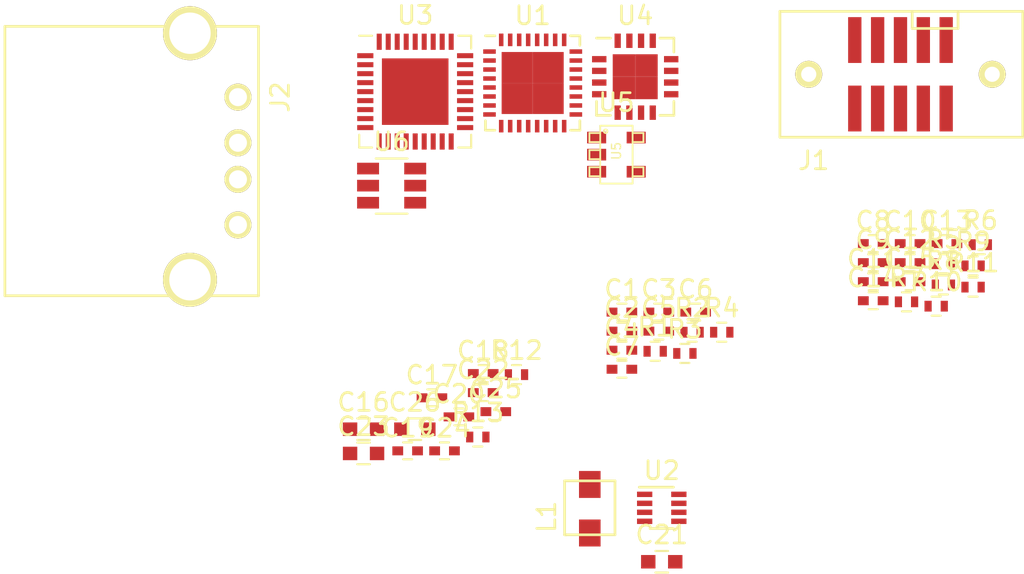
<source format=kicad_pcb>
(kicad_pcb (version 20171130) (host pcbnew "(5.0.0-3-g5ebb6b6)")

  (general
    (thickness 1.6)
    (drawings 0)
    (tracks 0)
    (zones 0)
    (modules 48)
    (nets 92)
  )

  (page A4)
  (layers
    (0 F.Cu signal)
    (31 B.Cu signal)
    (32 B.Adhes user)
    (33 F.Adhes user)
    (34 B.Paste user)
    (35 F.Paste user)
    (36 B.SilkS user)
    (37 F.SilkS user)
    (38 B.Mask user)
    (39 F.Mask user)
    (40 Dwgs.User user)
    (41 Cmts.User user)
    (42 Eco1.User user)
    (43 Eco2.User user)
    (44 Edge.Cuts user)
    (45 Margin user)
    (46 B.CrtYd user)
    (47 F.CrtYd user)
    (48 B.Fab user)
    (49 F.Fab user hide)
  )

  (setup
    (last_trace_width 0.25)
    (trace_clearance 0.2)
    (zone_clearance 0.508)
    (zone_45_only no)
    (trace_min 0.2)
    (segment_width 0.2)
    (edge_width 0.15)
    (via_size 0.8)
    (via_drill 0.4)
    (via_min_size 0.4)
    (via_min_drill 0.3)
    (uvia_size 0.3)
    (uvia_drill 0.1)
    (uvias_allowed no)
    (uvia_min_size 0.2)
    (uvia_min_drill 0.1)
    (pcb_text_width 0.3)
    (pcb_text_size 1.5 1.5)
    (mod_edge_width 0.15)
    (mod_text_size 1 1)
    (mod_text_width 0.15)
    (pad_size 1.524 1.524)
    (pad_drill 0.762)
    (pad_to_mask_clearance 0.2)
    (aux_axis_origin 0 0)
    (visible_elements 7FFFFFFF)
    (pcbplotparams
      (layerselection 0x010fc_ffffffff)
      (usegerberextensions false)
      (usegerberattributes false)
      (usegerberadvancedattributes false)
      (creategerberjobfile false)
      (excludeedgelayer true)
      (linewidth 0.100000)
      (plotframeref false)
      (viasonmask false)
      (mode 1)
      (useauxorigin false)
      (hpglpennumber 1)
      (hpglpenspeed 20)
      (hpglpendiameter 15.000000)
      (psnegative false)
      (psa4output false)
      (plotreference true)
      (plotvalue true)
      (plotinvisibletext false)
      (padsonsilk false)
      (subtractmaskfromsilk false)
      (outputformat 1)
      (mirror false)
      (drillshape 1)
      (scaleselection 1)
      (outputdirectory ""))
  )

  (net 0 "")
  (net 1 "Net-(U1-Pad32)")
  (net 2 "Net-(U1-Pad31)")
  (net 3 "Net-(U1-Pad27)")
  (net 4 "Net-(U1-Pad25)")
  (net 5 "Net-(U1-Pad22)")
  (net 6 "Net-(U1-Pad21)")
  (net 7 "Net-(U1-Pad20)")
  (net 8 "Net-(U1-Pad19)")
  (net 9 "Net-(U1-Pad18)")
  (net 10 "Net-(U1-Pad17)")
  (net 11 "Net-(U1-Pad14)")
  (net 12 "Net-(U1-Pad13)")
  (net 13 "Net-(U1-Pad12)")
  (net 14 "Net-(U1-Pad11)")
  (net 15 "Net-(U1-Pad8)")
  (net 16 "Net-(U1-Pad7)")
  (net 17 "Net-(U1-Pad6)")
  (net 18 "Net-(U1-Pad5)")
  (net 19 "Net-(U3-Pad31)")
  (net 20 "Net-(U3-Pad30)")
  (net 21 "Net-(U3-Pad21)")
  (net 22 "Net-(U3-Pad20)")
  (net 23 "Net-(U3-Pad19)")
  (net 24 "Net-(U3-Pad18)")
  (net 25 "Net-(U3-Pad16)")
  (net 26 "Net-(U3-Pad12)")
  (net 27 "Net-(U3-Pad9)")
  (net 28 "Net-(U3-Pad8)")
  (net 29 "Net-(U3-Pad7)")
  (net 30 "Net-(U3-Pad6)")
  (net 31 "Net-(U3-Pad2)")
  (net 32 "Net-(U3-Pad1)")
  (net 33 "Net-(U4-Pad17)")
  (net 34 "Net-(U4-Pad14)")
  (net 35 "Net-(U4-Pad13)")
  (net 36 "Net-(U4-Pad12)")
  (net 37 "Net-(U4-Pad11)")
  (net 38 "Net-(U4-Pad10)")
  (net 39 "Net-(U4-Pad9)")
  (net 40 "Net-(U4-Pad8)")
  (net 41 "Net-(U4-Pad7)")
  (net 42 "Net-(U6-Pad6)")
  (net 43 "Net-(U6-Pad5)")
  (net 44 "Net-(U6-Pad4)")
  (net 45 "Net-(U6-Pad3)")
  (net 46 "Net-(U6-Pad2)")
  (net 47 "Net-(U6-Pad1)")
  (net 48 "Net-(J1-Pad1)")
  (net 49 "Net-(J1-Pad2)")
  (net 50 "Net-(J1-Pad3)")
  (net 51 "Net-(J1-Pad4)")
  (net 52 "Net-(J1-Pad5)")
  (net 53 "Net-(J1-Pad6)")
  (net 54 "Net-(J1-Pad7)")
  (net 55 "Net-(J1-Pad8)")
  (net 56 "Net-(J1-Pad9)")
  (net 57 "Net-(J1-Pad10)")
  (net 58 "Net-(J2-Pad4)")
  (net 59 "Net-(J2-Pad3)")
  (net 60 "Net-(J2-Pad2)")
  (net 61 "Net-(J2-Pad1)")
  (net 62 "Net-(J2-Pad6)")
  (net 63 "Net-(J2-Pad5)")
  (net 64 "Net-(C6-Pad1)")
  (net 65 "Net-(C2-Pad1)")
  (net 66 "Net-(R1-Pad1)")
  (net 67 "Net-(R4-Pad1)")
  (net 68 "Net-(C4-Pad1)")
  (net 69 P3V3)
  (net 70 "Net-(C3-Pad1)")
  (net 71 GND)
  (net 72 "Net-(C1-Pad1)")
  (net 73 "Net-(R2-Pad2)")
  (net 74 "Net-(R5-Pad1)")
  (net 75 "Net-(R6-Pad2)")
  (net 76 "Net-(R7-Pad2)")
  (net 77 "Net-(R8-Pad2)")
  (net 78 /I2C_SDA)
  (net 79 /I2C_SCL)
  (net 80 /PAC_PWRDN_N)
  (net 81 /RST_N)
  (net 82 /PAC_ALERT_N)
  (net 83 "Net-(C16-Pad1)")
  (net 84 "Net-(C18-Pad1)")
  (net 85 "Net-(C19-Pad1)")
  (net 86 "Net-(C24-Pad1)")
  (net 87 "Net-(C25-Pad1)")
  (net 88 "Net-(L1-Pad1)")
  (net 89 "Net-(R12-Pad2)")
  (net 90 /UC_USB_D_P)
  (net 91 /UC_USB_D_N)

  (net_class Default "This is the default net class."
    (clearance 0.2)
    (trace_width 0.25)
    (via_dia 0.8)
    (via_drill 0.4)
    (uvia_dia 0.3)
    (uvia_drill 0.1)
    (add_net /I2C_SCL)
    (add_net /I2C_SDA)
    (add_net /PAC_ALERT_N)
    (add_net /PAC_PWRDN_N)
    (add_net /RST_N)
    (add_net /UC_USB_D_N)
    (add_net /UC_USB_D_P)
    (add_net GND)
    (add_net "Net-(C1-Pad1)")
    (add_net "Net-(C16-Pad1)")
    (add_net "Net-(C18-Pad1)")
    (add_net "Net-(C19-Pad1)")
    (add_net "Net-(C2-Pad1)")
    (add_net "Net-(C24-Pad1)")
    (add_net "Net-(C25-Pad1)")
    (add_net "Net-(C3-Pad1)")
    (add_net "Net-(C4-Pad1)")
    (add_net "Net-(C6-Pad1)")
    (add_net "Net-(J1-Pad1)")
    (add_net "Net-(J1-Pad10)")
    (add_net "Net-(J1-Pad2)")
    (add_net "Net-(J1-Pad3)")
    (add_net "Net-(J1-Pad4)")
    (add_net "Net-(J1-Pad5)")
    (add_net "Net-(J1-Pad6)")
    (add_net "Net-(J1-Pad7)")
    (add_net "Net-(J1-Pad8)")
    (add_net "Net-(J1-Pad9)")
    (add_net "Net-(J2-Pad1)")
    (add_net "Net-(J2-Pad2)")
    (add_net "Net-(J2-Pad3)")
    (add_net "Net-(J2-Pad4)")
    (add_net "Net-(J2-Pad5)")
    (add_net "Net-(J2-Pad6)")
    (add_net "Net-(L1-Pad1)")
    (add_net "Net-(R1-Pad1)")
    (add_net "Net-(R12-Pad2)")
    (add_net "Net-(R2-Pad2)")
    (add_net "Net-(R4-Pad1)")
    (add_net "Net-(R5-Pad1)")
    (add_net "Net-(R6-Pad2)")
    (add_net "Net-(R7-Pad2)")
    (add_net "Net-(R8-Pad2)")
    (add_net "Net-(U1-Pad11)")
    (add_net "Net-(U1-Pad12)")
    (add_net "Net-(U1-Pad13)")
    (add_net "Net-(U1-Pad14)")
    (add_net "Net-(U1-Pad17)")
    (add_net "Net-(U1-Pad18)")
    (add_net "Net-(U1-Pad19)")
    (add_net "Net-(U1-Pad20)")
    (add_net "Net-(U1-Pad21)")
    (add_net "Net-(U1-Pad22)")
    (add_net "Net-(U1-Pad25)")
    (add_net "Net-(U1-Pad27)")
    (add_net "Net-(U1-Pad31)")
    (add_net "Net-(U1-Pad32)")
    (add_net "Net-(U1-Pad5)")
    (add_net "Net-(U1-Pad6)")
    (add_net "Net-(U1-Pad7)")
    (add_net "Net-(U1-Pad8)")
    (add_net "Net-(U3-Pad1)")
    (add_net "Net-(U3-Pad12)")
    (add_net "Net-(U3-Pad16)")
    (add_net "Net-(U3-Pad18)")
    (add_net "Net-(U3-Pad19)")
    (add_net "Net-(U3-Pad2)")
    (add_net "Net-(U3-Pad20)")
    (add_net "Net-(U3-Pad21)")
    (add_net "Net-(U3-Pad30)")
    (add_net "Net-(U3-Pad31)")
    (add_net "Net-(U3-Pad6)")
    (add_net "Net-(U3-Pad7)")
    (add_net "Net-(U3-Pad8)")
    (add_net "Net-(U3-Pad9)")
    (add_net "Net-(U4-Pad10)")
    (add_net "Net-(U4-Pad11)")
    (add_net "Net-(U4-Pad12)")
    (add_net "Net-(U4-Pad13)")
    (add_net "Net-(U4-Pad14)")
    (add_net "Net-(U4-Pad17)")
    (add_net "Net-(U4-Pad7)")
    (add_net "Net-(U4-Pad8)")
    (add_net "Net-(U4-Pad9)")
    (add_net "Net-(U6-Pad1)")
    (add_net "Net-(U6-Pad2)")
    (add_net "Net-(U6-Pad3)")
    (add_net "Net-(U6-Pad4)")
    (add_net "Net-(U6-Pad5)")
    (add_net "Net-(U6-Pad6)")
    (add_net P3V3)
  )

  (module footprints:TFM-105-02-S-D-WT (layer F.Cu) (tedit 5B8FD5E4) (tstamp 5B9189AF)
    (at 128.27 55.88)
    (path /5B8EFE4C)
    (fp_text reference J1 (at -4.825 4.8) (layer F.SilkS)
      (effects (font (size 1 1) (thickness 0.15)))
    )
    (fp_text value FTSH-105-01-F-DV-K (at 0 -4.6) (layer F.Fab)
      (effects (font (size 1 1) (thickness 0.15)))
    )
    (fp_line (start 6.8 3.5) (end 6.8 -3.5) (layer F.SilkS) (width 0.15))
    (fp_line (start 6.8 -3.5) (end -6.7 -3.5) (layer F.SilkS) (width 0.15))
    (fp_line (start -6.7 -3.5) (end -6.7 3.5) (layer F.SilkS) (width 0.15))
    (fp_line (start -6.7 3.5) (end 6.8 3.5) (layer F.SilkS) (width 0.15))
    (fp_line (start 0.65 -3.5) (end 0.65 -2.55) (layer F.SilkS) (width 0.15))
    (fp_line (start 0.65 -2.55) (end 3.2 -2.55) (layer F.SilkS) (width 0.15))
    (fp_line (start 3.2 -2.55) (end 3.2 -3.5) (layer F.SilkS) (width 0.15))
    (pad 11 thru_hole circle (at -5.1 0) (size 1.5 1.5) (drill 0.84) (layers *.Cu *.Mask F.SilkS))
    (pad 12 thru_hole circle (at 5.1 0) (size 1.5 1.5) (drill 0.84) (layers *.Cu *.Mask F.SilkS))
    (pad 10 smd rect (at 2.54 -1.905) (size 0.74 2.55) (layers F.Cu F.Paste F.Mask)
      (net 57 "Net-(J1-Pad10)"))
    (pad 9 smd rect (at 2.54 1.905) (size 0.74 2.55) (layers F.Cu F.Paste F.Mask)
      (net 56 "Net-(J1-Pad9)"))
    (pad 8 smd rect (at 1.27 -1.905) (size 0.74 2.55) (layers F.Cu F.Paste F.Mask)
      (net 55 "Net-(J1-Pad8)"))
    (pad 7 smd rect (at 1.27 1.905) (size 0.74 2.55) (layers F.Cu F.Paste F.Mask)
      (net 54 "Net-(J1-Pad7)"))
    (pad 6 smd rect (at 0 -1.905) (size 0.74 2.55) (layers F.Cu F.Paste F.Mask)
      (net 53 "Net-(J1-Pad6)"))
    (pad 5 smd rect (at 0 1.905) (size 0.74 2.55) (layers F.Cu F.Paste F.Mask)
      (net 52 "Net-(J1-Pad5)"))
    (pad 4 smd rect (at -1.27 -1.905) (size 0.74 2.55) (layers F.Cu F.Paste F.Mask)
      (net 51 "Net-(J1-Pad4)"))
    (pad 3 smd rect (at -1.27 1.905) (size 0.74 2.55) (layers F.Cu F.Paste F.Mask)
      (net 50 "Net-(J1-Pad3)"))
    (pad 2 smd rect (at -2.54 -1.905) (size 0.74 2.55) (layers F.Cu F.Paste F.Mask)
      (net 49 "Net-(J1-Pad2)"))
    (pad 1 smd rect (at -2.54 1.905) (size 0.74 2.55) (layers F.Cu F.Paste F.Mask)
      (net 48 "Net-(J1-Pad1)"))
    (model ${KISYS3DMOD}/TFM-105-02-S-D-WT.stp
      (at (xyz 0 0 0))
      (scale (xyz 1 1 1))
      (rotate (xyz -90 0 0))
    )
  )

  (module footprints:QFN-32-1EP_5x5mm_Pitch0.5mm (layer F.Cu) (tedit 5B8E7C76) (tstamp 5B9183EB)
    (at 107.825001 56.365001)
    (descr "UH Package; 32-Lead Plastic QFN (5mm x 5mm); (see Linear Technology QFN_32_05-08-1693.pdf)")
    (tags "QFN 0.5")
    (path /5B8EF43F)
    (attr smd)
    (fp_text reference U1 (at 0 -3.75) (layer F.SilkS)
      (effects (font (size 1 1) (thickness 0.15)))
    )
    (fp_text value ATSAMD21E15B (at 0 3.75) (layer F.Fab)
      (effects (font (size 1 1) (thickness 0.15)))
    )
    (fp_line (start 2.625 -2.625) (end 2.1 -2.625) (layer F.SilkS) (width 0.15))
    (fp_line (start 2.625 2.625) (end 2.1 2.625) (layer F.SilkS) (width 0.15))
    (fp_line (start -2.625 2.625) (end -2.1 2.625) (layer F.SilkS) (width 0.15))
    (fp_line (start -2.625 -2.625) (end -2.1 -2.625) (layer F.SilkS) (width 0.15))
    (fp_line (start 2.625 2.625) (end 2.625 2.1) (layer F.SilkS) (width 0.15))
    (fp_line (start -2.625 2.625) (end -2.625 2.1) (layer F.SilkS) (width 0.15))
    (fp_line (start 2.625 -2.625) (end 2.625 -2.1) (layer F.SilkS) (width 0.15))
    (fp_line (start -3 3) (end 3 3) (layer F.CrtYd) (width 0.05))
    (fp_line (start -3 -3) (end 3 -3) (layer F.CrtYd) (width 0.05))
    (fp_line (start 3 -3) (end 3 3) (layer F.CrtYd) (width 0.05))
    (fp_line (start -3 -3) (end -3 3) (layer F.CrtYd) (width 0.05))
    (fp_line (start -2.5 -1.5) (end -1.5 -2.5) (layer F.Fab) (width 0.15))
    (fp_line (start -2.5 2.5) (end -2.5 -1.5) (layer F.Fab) (width 0.15))
    (fp_line (start 2.5 2.5) (end -2.5 2.5) (layer F.Fab) (width 0.15))
    (fp_line (start 2.5 -2.5) (end 2.5 2.5) (layer F.Fab) (width 0.15))
    (fp_line (start -1.5 -2.5) (end 2.5 -2.5) (layer F.Fab) (width 0.15))
    (pad 33 smd rect (at -0.8625 -0.8625) (size 1.725 1.725) (layers F.Cu F.Paste F.Mask)
      (net 71 GND) (solder_paste_margin_ratio -0.2))
    (pad 33 smd rect (at -0.8625 0.8625) (size 1.725 1.725) (layers F.Cu F.Paste F.Mask)
      (net 71 GND) (solder_paste_margin_ratio -0.2))
    (pad 33 smd rect (at 0.8625 -0.8625) (size 1.725 1.725) (layers F.Cu F.Paste F.Mask)
      (net 71 GND) (solder_paste_margin_ratio -0.2))
    (pad 33 smd rect (at 0.8625 0.8625) (size 1.725 1.725) (layers F.Cu F.Paste F.Mask)
      (net 71 GND) (solder_paste_margin_ratio -0.2))
    (pad 32 smd rect (at -1.75 -2.4 90) (size 0.7 0.25) (layers F.Cu F.Paste F.Mask)
      (net 1 "Net-(U1-Pad32)"))
    (pad 31 smd rect (at -1.25 -2.4 90) (size 0.7 0.25) (layers F.Cu F.Paste F.Mask)
      (net 2 "Net-(U1-Pad31)"))
    (pad 30 smd rect (at -0.75 -2.4 90) (size 0.7 0.25) (layers F.Cu F.Paste F.Mask)
      (net 69 P3V3))
    (pad 29 smd rect (at -0.25 -2.4 90) (size 0.7 0.25) (layers F.Cu F.Paste F.Mask)
      (net 85 "Net-(C19-Pad1)"))
    (pad 28 smd rect (at 0.25 -2.4 90) (size 0.7 0.25) (layers F.Cu F.Paste F.Mask)
      (net 71 GND))
    (pad 27 smd rect (at 0.75 -2.4 90) (size 0.7 0.25) (layers F.Cu F.Paste F.Mask)
      (net 3 "Net-(U1-Pad27)"))
    (pad 26 smd rect (at 1.25 -2.4 90) (size 0.7 0.25) (layers F.Cu F.Paste F.Mask)
      (net 81 /RST_N))
    (pad 25 smd rect (at 1.75 -2.4 90) (size 0.7 0.25) (layers F.Cu F.Paste F.Mask)
      (net 4 "Net-(U1-Pad25)"))
    (pad 24 smd rect (at 2.4 -1.75) (size 0.7 0.25) (layers F.Cu F.Paste F.Mask)
      (net 90 /UC_USB_D_P))
    (pad 23 smd rect (at 2.4 -1.25) (size 0.7 0.25) (layers F.Cu F.Paste F.Mask)
      (net 91 /UC_USB_D_N))
    (pad 22 smd rect (at 2.4 -0.75) (size 0.7 0.25) (layers F.Cu F.Paste F.Mask)
      (net 5 "Net-(U1-Pad22)"))
    (pad 21 smd rect (at 2.4 -0.25) (size 0.7 0.25) (layers F.Cu F.Paste F.Mask)
      (net 6 "Net-(U1-Pad21)"))
    (pad 20 smd rect (at 2.4 0.25) (size 0.7 0.25) (layers F.Cu F.Paste F.Mask)
      (net 7 "Net-(U1-Pad20)"))
    (pad 19 smd rect (at 2.4 0.75) (size 0.7 0.25) (layers F.Cu F.Paste F.Mask)
      (net 8 "Net-(U1-Pad19)"))
    (pad 18 smd rect (at 2.4 1.25) (size 0.7 0.25) (layers F.Cu F.Paste F.Mask)
      (net 9 "Net-(U1-Pad18)"))
    (pad 17 smd rect (at 2.4 1.75) (size 0.7 0.25) (layers F.Cu F.Paste F.Mask)
      (net 10 "Net-(U1-Pad17)"))
    (pad 16 smd rect (at 1.75 2.4 90) (size 0.7 0.25) (layers F.Cu F.Paste F.Mask)
      (net 89 "Net-(R12-Pad2)"))
    (pad 15 smd rect (at 1.25 2.4 90) (size 0.7 0.25) (layers F.Cu F.Paste F.Mask)
      (net 87 "Net-(C25-Pad1)"))
    (pad 14 smd rect (at 0.75 2.4 90) (size 0.7 0.25) (layers F.Cu F.Paste F.Mask)
      (net 11 "Net-(U1-Pad14)"))
    (pad 13 smd rect (at 0.25 2.4 90) (size 0.7 0.25) (layers F.Cu F.Paste F.Mask)
      (net 12 "Net-(U1-Pad13)"))
    (pad 12 smd rect (at -0.25 2.4 90) (size 0.7 0.25) (layers F.Cu F.Paste F.Mask)
      (net 13 "Net-(U1-Pad12)"))
    (pad 11 smd rect (at -0.75 2.4 90) (size 0.7 0.25) (layers F.Cu F.Paste F.Mask)
      (net 14 "Net-(U1-Pad11)"))
    (pad 10 smd rect (at -1.25 2.4 90) (size 0.7 0.25) (layers F.Cu F.Paste F.Mask)
      (net 71 GND))
    (pad 9 smd rect (at -1.75 2.4 90) (size 0.7 0.25) (layers F.Cu F.Paste F.Mask)
      (net 69 P3V3))
    (pad 8 smd rect (at -2.4 1.75) (size 0.7 0.25) (layers F.Cu F.Paste F.Mask)
      (net 15 "Net-(U1-Pad8)"))
    (pad 7 smd rect (at -2.4 1.25) (size 0.7 0.25) (layers F.Cu F.Paste F.Mask)
      (net 16 "Net-(U1-Pad7)"))
    (pad 6 smd rect (at -2.4 0.75) (size 0.7 0.25) (layers F.Cu F.Paste F.Mask)
      (net 17 "Net-(U1-Pad6)"))
    (pad 5 smd rect (at -2.4 0.25) (size 0.7 0.25) (layers F.Cu F.Paste F.Mask)
      (net 18 "Net-(U1-Pad5)"))
    (pad 4 smd rect (at -2.4 -0.25) (size 0.7 0.25) (layers F.Cu F.Paste F.Mask)
      (net 80 /PAC_PWRDN_N))
    (pad 3 smd rect (at -2.4 -0.75) (size 0.7 0.25) (layers F.Cu F.Paste F.Mask)
      (net 82 /PAC_ALERT_N))
    (pad 2 smd rect (at -2.4 -1.25) (size 0.7 0.25) (layers F.Cu F.Paste F.Mask)
      (net 79 /I2C_SCL))
    (pad 1 smd rect (at -2.4 -1.75) (size 0.7 0.25) (layers F.Cu F.Paste F.Mask)
      (net 78 /I2C_SDA))
    (model ${KISYS3DMOD}/QFN-32-1EP_5x5mm_Pitch0.5mm.step
      (at (xyz 0 0 0))
      (scale (xyz 1 1 1))
      (rotate (xyz 0 0 0))
    )
  )

  (module footprints:QFN-36-1EP_6x6mm_Pitch0.5mm (layer F.Cu) (tedit 5B8E7CBD) (tstamp 5B91844C)
    (at 101.295001 56.845001)
    (descr "QFN 36 6x6mm 0,5mm pitch 3,7x3,7mm EPAD http://ww1.microchip.com/downloads/en/DeviceDoc/36L_QFN_6x6_with_3_7x3_7_EP_Punch_Dimpled_4E_C04-0241A.pdf")
    (tags "QFN-0.5 36SQFN-3706-6x6B")
    (path /5B8EF4E0)
    (attr smd)
    (fp_text reference U3 (at 0 -4.25) (layer F.SilkS)
      (effects (font (size 1 1) (thickness 0.15)))
    )
    (fp_text value USB2512B (at 0 4.28) (layer F.Fab)
      (effects (font (size 1 1) (thickness 0.15)))
    )
    (fp_line (start -2.4 -3.11) (end -3.11 -3.11) (layer F.SilkS) (width 0.12))
    (fp_line (start 3.11 -3.11) (end 2.4 -3.11) (layer F.SilkS) (width 0.12))
    (fp_line (start 3.11 3.11) (end 2.4 3.11) (layer F.SilkS) (width 0.12))
    (fp_line (start -3.11 3.11) (end -2.4 3.11) (layer F.SilkS) (width 0.12))
    (fp_line (start 3.11 3.11) (end 3.11 2.4) (layer F.SilkS) (width 0.12))
    (fp_line (start -3.11 3.11) (end -3.11 2.4) (layer F.SilkS) (width 0.12))
    (fp_line (start 3.11 -3.11) (end 3.11 -2.4) (layer F.SilkS) (width 0.12))
    (fp_line (start -3.48 3.48) (end 3.48 3.48) (layer F.CrtYd) (width 0.05))
    (fp_line (start -3.48 -3.48) (end 3.48 -3.48) (layer F.CrtYd) (width 0.05))
    (fp_line (start 3.48 -3.48) (end 3.48 3.48) (layer F.CrtYd) (width 0.05))
    (fp_line (start -3.48 -3.48) (end -3.48 3.48) (layer F.CrtYd) (width 0.05))
    (fp_line (start -3 -2) (end -2 -3) (layer F.Fab) (width 0.1))
    (fp_line (start -3 3) (end -3 -2) (layer F.Fab) (width 0.1))
    (fp_line (start 3 3) (end -3 3) (layer F.Fab) (width 0.1))
    (fp_line (start 3 -3) (end 3 3) (layer F.Fab) (width 0.1))
    (fp_line (start -2 -3) (end 3 -3) (layer F.Fab) (width 0.1))
    (fp_text user %R (at 0 0) (layer F.Fab)
      (effects (font (size 1 1) (thickness 0.15)))
    )
    (pad 37 smd rect (at 0 0) (size 3.7 3.7) (layers F.Cu F.Mask)
      (net 71 GND))
    (pad "" smd rect (at -1.3875 1.3875) (size 0.827 0.827) (layers F.Paste))
    (pad "" smd rect (at -1.3875 0.4625) (size 0.827 0.827) (layers F.Paste))
    (pad "" smd rect (at 0.4625 1.3875) (size 0.827 0.827) (layers F.Paste))
    (pad "" smd rect (at -0.4625 1.3875) (size 0.827 0.827) (layers F.Paste))
    (pad "" smd rect (at -0.4625 0.4625) (size 0.827 0.827) (layers F.Paste))
    (pad "" smd rect (at 0.4625 0.4625) (size 0.827 0.827) (layers F.Paste))
    (pad "" smd rect (at 1.3875 0.4625) (size 0.827 0.827) (layers F.Paste))
    (pad "" smd rect (at 1.3875 1.3875) (size 0.827 0.827) (layers F.Paste))
    (pad "" smd rect (at 1.3875 -1.3875) (size 0.827 0.827) (layers F.Paste))
    (pad "" smd rect (at 0.4625 -0.4625) (size 0.827 0.827) (layers F.Paste))
    (pad "" smd rect (at -0.4625 -0.4625) (size 0.827 0.827) (layers F.Paste))
    (pad "" smd rect (at -1.3875 -0.4625) (size 0.827 0.827) (layers F.Paste))
    (pad "" smd rect (at -1.3875 -1.3875) (size 0.827 0.827) (layers F.Paste))
    (pad "" smd rect (at -0.4625 -1.3875) (size 0.827 0.827) (layers F.Paste))
    (pad "" smd rect (at 0.4625 -1.3875) (size 0.827 0.827) (layers F.Paste))
    (pad "" smd rect (at 1.3875 -0.4625) (size 0.827 0.827) (layers F.Paste))
    (pad 36 smd rect (at -2 -2.775 90) (size 0.9 0.28) (layers F.Cu F.Paste F.Mask)
      (net 69 P3V3))
    (pad 35 smd rect (at -1.5 -2.775 90) (size 0.9 0.28) (layers F.Cu F.Paste F.Mask)
      (net 74 "Net-(R5-Pad1)"))
    (pad 34 smd rect (at -1 -2.775 90) (size 0.9 0.28) (layers F.Cu F.Paste F.Mask)
      (net 64 "Net-(C6-Pad1)"))
    (pad 33 smd rect (at -0.5 -2.775 90) (size 0.9 0.28) (layers F.Cu F.Paste F.Mask)
      (net 65 "Net-(C2-Pad1)"))
    (pad 32 smd rect (at 0 -2.775 90) (size 0.9 0.28) (layers F.Cu F.Paste F.Mask)
      (net 66 "Net-(R1-Pad1)"))
    (pad 31 smd rect (at 0.5 -2.775 90) (size 0.9 0.28) (layers F.Cu F.Paste F.Mask)
      (net 19 "Net-(U3-Pad31)"))
    (pad 30 smd rect (at 1 -2.775 90) (size 0.9 0.28) (layers F.Cu F.Paste F.Mask)
      (net 20 "Net-(U3-Pad30)"))
    (pad 29 smd rect (at 1.5 -2.775 90) (size 0.9 0.28) (layers F.Cu F.Paste F.Mask)
      (net 69 P3V3))
    (pad 28 smd rect (at 2 -2.775 90) (size 0.9 0.28) (layers F.Cu F.Paste F.Mask)
      (net 67 "Net-(R4-Pad1)"))
    (pad 27 smd rect (at 2.775 -2) (size 0.9 0.28) (layers F.Cu F.Paste F.Mask)
      (net 68 "Net-(C4-Pad1)"))
    (pad 26 smd rect (at 2.775 -1.5) (size 0.9 0.28) (layers F.Cu F.Paste F.Mask)
      (net 81 /RST_N))
    (pad 25 smd rect (at 2.775 -1) (size 0.9 0.28) (layers F.Cu F.Paste F.Mask)
      (net 75 "Net-(R6-Pad2)"))
    (pad 24 smd rect (at 2.775 -0.5) (size 0.9 0.28) (layers F.Cu F.Paste F.Mask)
      (net 76 "Net-(R7-Pad2)"))
    (pad 23 smd rect (at 2.775 0) (size 0.9 0.28) (layers F.Cu F.Paste F.Mask)
      (net 69 P3V3))
    (pad 22 smd rect (at 2.775 0.5) (size 0.9 0.28) (layers F.Cu F.Paste F.Mask)
      (net 77 "Net-(R8-Pad2)"))
    (pad 21 smd rect (at 2.775 1) (size 0.9 0.28) (layers F.Cu F.Paste F.Mask)
      (net 21 "Net-(U3-Pad21)"))
    (pad 20 smd rect (at 2.775 1.5) (size 0.9 0.28) (layers F.Cu F.Paste F.Mask)
      (net 22 "Net-(U3-Pad20)"))
    (pad 19 smd rect (at 2.775 2) (size 0.9 0.28) (layers F.Cu F.Paste F.Mask)
      (net 23 "Net-(U3-Pad19)"))
    (pad 18 smd rect (at 2 2.775 90) (size 0.9 0.28) (layers F.Cu F.Paste F.Mask)
      (net 24 "Net-(U3-Pad18)"))
    (pad 17 smd rect (at 1.5 2.775 90) (size 0.9 0.28) (layers F.Cu F.Paste F.Mask)
      (net 69 P3V3))
    (pad 16 smd rect (at 1 2.775 90) (size 0.9 0.28) (layers F.Cu F.Paste F.Mask)
      (net 25 "Net-(U3-Pad16)"))
    (pad 15 smd rect (at 0.5 2.775 90) (size 0.9 0.28) (layers F.Cu F.Paste F.Mask)
      (net 69 P3V3))
    (pad 14 smd rect (at 0 2.775 90) (size 0.9 0.28) (layers F.Cu F.Paste F.Mask)
      (net 70 "Net-(C3-Pad1)"))
    (pad 13 smd rect (at -0.5 2.775 90) (size 0.9 0.28) (layers F.Cu F.Paste F.Mask)
      (net 69 P3V3))
    (pad 12 smd rect (at -1 2.775 90) (size 0.9 0.28) (layers F.Cu F.Paste F.Mask)
      (net 26 "Net-(U3-Pad12)"))
    (pad 11 smd rect (at -1.5 2.775 90) (size 0.9 0.28) (layers F.Cu F.Paste F.Mask)
      (net 71 GND))
    (pad 10 smd rect (at -2 2.775 90) (size 0.9 0.28) (layers F.Cu F.Paste F.Mask)
      (net 69 P3V3))
    (pad 9 smd rect (at -2.775 2) (size 0.9 0.28) (layers F.Cu F.Paste F.Mask)
      (net 27 "Net-(U3-Pad9)"))
    (pad 8 smd rect (at -2.775 1.5) (size 0.9 0.28) (layers F.Cu F.Paste F.Mask)
      (net 28 "Net-(U3-Pad8)"))
    (pad 7 smd rect (at -2.775 1) (size 0.9 0.28) (layers F.Cu F.Paste F.Mask)
      (net 29 "Net-(U3-Pad7)"))
    (pad 6 smd rect (at -2.775 0.5) (size 0.9 0.28) (layers F.Cu F.Paste F.Mask)
      (net 30 "Net-(U3-Pad6)"))
    (pad 5 smd rect (at -2.775 0) (size 0.9 0.28) (layers F.Cu F.Paste F.Mask)
      (net 69 P3V3))
    (pad 4 smd rect (at -2.775 -0.5) (size 0.9 0.28) (layers F.Cu F.Paste F.Mask)
      (net 90 /UC_USB_D_P))
    (pad 3 smd rect (at -2.775 -1) (size 0.9 0.28) (layers F.Cu F.Paste F.Mask)
      (net 90 /UC_USB_D_P))
    (pad 2 smd rect (at -2.775 -1.5) (size 0.9 0.28) (layers F.Cu F.Paste F.Mask)
      (net 31 "Net-(U3-Pad2)"))
    (pad 1 smd rect (at -2.775 -2) (size 0.9 0.28) (layers F.Cu F.Paste F.Mask)
      (net 32 "Net-(U3-Pad1)"))
    (model ${KISYS3DMOD}/QFN-36-1EP_6x6mm_Pitch0.5mm.step
      (at (xyz 0 0 0))
      (scale (xyz 1 1 1))
      (rotate (xyz 0 0 0))
    )
  )

  (module footprints:QFN-16-1EP_4x4mm_Pitch0.65mm (layer F.Cu) (tedit 5B8E7D87) (tstamp 5B918474)
    (at 113.525001 56.015001)
    (descr "16-Lead Plastic Quad Flat, No Lead Package (ML) - 4x4x0.9 mm Body [QFN]; (see Microchip Packaging Specification 00000049BS.pdf)")
    (tags "QFN 0.65")
    (path /5B8EF55F)
    (attr smd)
    (fp_text reference U4 (at 0 -3.4) (layer F.SilkS)
      (effects (font (size 1 1) (thickness 0.15)))
    )
    (fp_text value PAC1934 (at 0 3.4) (layer F.Fab)
      (effects (font (size 1 1) (thickness 0.15)))
    )
    (fp_line (start 2.15 -2.15) (end 1.375 -2.15) (layer F.SilkS) (width 0.15))
    (fp_line (start 2.15 2.15) (end 1.375 2.15) (layer F.SilkS) (width 0.15))
    (fp_line (start -2.15 2.15) (end -1.375 2.15) (layer F.SilkS) (width 0.15))
    (fp_line (start -2.15 -2.15) (end -1.375 -2.15) (layer F.SilkS) (width 0.15))
    (fp_line (start 2.15 2.15) (end 2.15 1.375) (layer F.SilkS) (width 0.15))
    (fp_line (start -2.15 2.15) (end -2.15 1.375) (layer F.SilkS) (width 0.15))
    (fp_line (start 2.15 -2.15) (end 2.15 -1.375) (layer F.SilkS) (width 0.15))
    (fp_line (start -2.65 2.65) (end 2.65 2.65) (layer F.CrtYd) (width 0.05))
    (fp_line (start -2.65 -2.65) (end 2.65 -2.65) (layer F.CrtYd) (width 0.05))
    (fp_line (start 2.65 -2.65) (end 2.65 2.65) (layer F.CrtYd) (width 0.05))
    (fp_line (start -2.65 -2.65) (end -2.65 2.65) (layer F.CrtYd) (width 0.05))
    (fp_line (start -2 -1) (end -1 -2) (layer F.Fab) (width 0.15))
    (fp_line (start -2 2) (end -2 -1) (layer F.Fab) (width 0.15))
    (fp_line (start 2 2) (end -2 2) (layer F.Fab) (width 0.15))
    (fp_line (start 2 -2) (end 2 2) (layer F.Fab) (width 0.15))
    (fp_line (start -1 -2) (end 2 -2) (layer F.Fab) (width 0.15))
    (pad 17 smd rect (at -0.625 -0.625) (size 1.25 1.25) (layers F.Cu F.Paste F.Mask)
      (net 33 "Net-(U4-Pad17)") (solder_paste_margin_ratio -0.2))
    (pad 17 smd rect (at -0.625 0.625) (size 1.25 1.25) (layers F.Cu F.Paste F.Mask)
      (net 33 "Net-(U4-Pad17)") (solder_paste_margin_ratio -0.2))
    (pad 17 smd rect (at 0.625 -0.625) (size 1.25 1.25) (layers F.Cu F.Paste F.Mask)
      (net 33 "Net-(U4-Pad17)") (solder_paste_margin_ratio -0.2))
    (pad 17 smd rect (at 0.625 0.625) (size 1.25 1.25) (layers F.Cu F.Paste F.Mask)
      (net 33 "Net-(U4-Pad17)") (solder_paste_margin_ratio -0.2))
    (pad 16 smd rect (at -0.975 -2 90) (size 0.8 0.35) (layers F.Cu F.Paste F.Mask)
      (net 80 /PAC_PWRDN_N))
    (pad 15 smd rect (at -0.325 -2 90) (size 0.8 0.35) (layers F.Cu F.Paste F.Mask)
      (net 69 P3V3))
    (pad 14 smd rect (at 0.325 -2 90) (size 0.8 0.35) (layers F.Cu F.Paste F.Mask)
      (net 34 "Net-(U4-Pad14)"))
    (pad 13 smd rect (at 0.975 -2 90) (size 0.8 0.35) (layers F.Cu F.Paste F.Mask)
      (net 35 "Net-(U4-Pad13)"))
    (pad 12 smd rect (at 2 -0.975) (size 0.8 0.35) (layers F.Cu F.Paste F.Mask)
      (net 36 "Net-(U4-Pad12)"))
    (pad 11 smd rect (at 2 -0.325) (size 0.8 0.35) (layers F.Cu F.Paste F.Mask)
      (net 37 "Net-(U4-Pad11)"))
    (pad 10 smd rect (at 2 0.325) (size 0.8 0.35) (layers F.Cu F.Paste F.Mask)
      (net 38 "Net-(U4-Pad10)"))
    (pad 9 smd rect (at 2 0.975) (size 0.8 0.35) (layers F.Cu F.Paste F.Mask)
      (net 39 "Net-(U4-Pad9)"))
    (pad 8 smd rect (at 0.975 2 90) (size 0.8 0.35) (layers F.Cu F.Paste F.Mask)
      (net 40 "Net-(U4-Pad8)"))
    (pad 7 smd rect (at 0.325 2 90) (size 0.8 0.35) (layers F.Cu F.Paste F.Mask)
      (net 41 "Net-(U4-Pad7)"))
    (pad 6 smd rect (at -0.325 2 90) (size 0.8 0.35) (layers F.Cu F.Paste F.Mask)
      (net 71 GND))
    (pad 5 smd rect (at -0.975 2 90) (size 0.8 0.35) (layers F.Cu F.Paste F.Mask)
      (net 78 /I2C_SDA))
    (pad 4 smd rect (at -2 0.975) (size 0.8 0.35) (layers F.Cu F.Paste F.Mask)
      (net 79 /I2C_SCL))
    (pad 3 smd rect (at -2 0.325) (size 0.8 0.35) (layers F.Cu F.Paste F.Mask)
      (net 71 GND))
    (pad 2 smd rect (at -2 -0.325) (size 0.8 0.35) (layers F.Cu F.Paste F.Mask)
      (net 69 P3V3))
    (pad 1 smd rect (at -2 -0.975) (size 0.8 0.35) (layers F.Cu F.Paste F.Mask)
      (net 82 /PAC_ALERT_N))
    (model ${KISYS3DMOD}/QFN-16-1EP_4x4mm_Pitch0.65mm.step
      (at (xyz 0 0 0))
      (scale (xyz 1 1 1))
      (rotate (xyz 0 0 0))
    )
  )

  (module footprints:SOT-23-5 (layer F.Cu) (tedit 5B8FA16A) (tstamp 5B918492)
    (at 112.48 60.350001)
    (descr "5-pin SOT23 package")
    (tags SOT-23-5)
    (path /5B8FB8B6)
    (attr smd)
    (fp_text reference U5 (at 0 -2.9) (layer F.SilkS)
      (effects (font (size 1 1) (thickness 0.15)))
    )
    (fp_text value LP3470IM5X-3.08_NOPB (at 0 2.9) (layer F.Fab)
      (effects (font (size 1 1) (thickness 0.15)))
    )
    (fp_line (start 0.9 -1.61) (end -0.9 -1.61) (layer F.SilkS) (width 0.1))
    (fp_line (start -0.9 1.61) (end 0.9 1.61) (layer F.SilkS) (width 0.1))
    (fp_text user %R (at 0 -0.2 90) (layer F.SilkS)
      (effects (font (size 0.5 0.5) (thickness 0.075)))
    )
    (fp_line (start 0.9 -1.6) (end 0.9 1.6) (layer F.SilkS) (width 0.1))
    (fp_line (start -0.9 -1.6) (end -0.9 1.6) (layer F.SilkS) (width 0.1))
    (fp_circle (center -0.6 -1.3) (end -0.6 -1.2) (layer F.SilkS) (width 0.1))
    (fp_line (start 1.5 -1.2) (end 1.5 -0.7) (layer F.SilkS) (width 0.1))
    (fp_line (start 1.5 -1.2) (end 0.9 -1.2) (layer F.SilkS) (width 0.1))
    (fp_line (start 1.5 -0.7) (end 0.9 -0.7) (layer F.SilkS) (width 0.1))
    (fp_line (start 1.5 0.7) (end 1.5 1.2) (layer F.SilkS) (width 0.1))
    (fp_line (start 1.5 0.7) (end 0.9 0.7) (layer F.SilkS) (width 0.1))
    (fp_line (start 1.5 1.2) (end 0.9 1.2) (layer F.SilkS) (width 0.1))
    (fp_line (start -1.5 1.2) (end -0.9 1.2) (layer F.SilkS) (width 0.1))
    (fp_line (start -1.5 0.7) (end -0.9 0.7) (layer F.SilkS) (width 0.1))
    (fp_line (start -1.5 0.7) (end -1.5 1.2) (layer F.SilkS) (width 0.1))
    (fp_line (start -1.5 0.25) (end -0.9 0.25) (layer F.SilkS) (width 0.1))
    (fp_line (start -1.5 -0.25) (end -0.9 -0.25) (layer F.SilkS) (width 0.1))
    (fp_line (start -1.5 -0.25) (end -1.5 0.25) (layer F.SilkS) (width 0.1))
    (fp_line (start -1.5 -0.7) (end -0.9 -0.7) (layer F.SilkS) (width 0.1))
    (fp_line (start -1.5 -1.2) (end -0.9 -1.2) (layer F.SilkS) (width 0.1))
    (fp_line (start -1.5 -1.2) (end -1.5 -0.7) (layer F.SilkS) (width 0.1))
    (pad 5 smd rect (at 1.1 -0.95) (size 1.06 0.65) (layers F.Cu F.Paste F.Mask)
      (net 81 /RST_N))
    (pad 4 smd rect (at 1.1 0.95) (size 1.06 0.65) (layers F.Cu F.Paste F.Mask)
      (net 69 P3V3))
    (pad 3 smd rect (at -1.1 0.95) (size 1.06 0.65) (layers F.Cu F.Paste F.Mask)
      (net 69 P3V3))
    (pad 2 smd rect (at -1.1 0) (size 1.06 0.65) (layers F.Cu F.Paste F.Mask)
      (net 71 GND))
    (pad 1 smd rect (at -1.1 -0.95) (size 1.06 0.65) (layers F.Cu F.Paste F.Mask)
      (net 84 "Net-(C18-Pad1)"))
    (model ${KISYS3DMOD}/SOT-23-5.step
      (at (xyz 0 0 0))
      (scale (xyz 1 1 1))
      (rotate (xyz 0 0 0))
    )
  )

  (module footprints:TSOT-23-6 (layer F.Cu) (tedit 5B8FB624) (tstamp 5B9184A8)
    (at 99.985001 62.075001)
    (descr "6-pin TSOT23 package, http://cds.linear.com/docs/en/packaging/SOT_6_05-08-1636.pdf")
    (tags "TSOT-23-6 MK06A TSOT-6")
    (path /5B8EF6E4)
    (attr smd)
    (fp_text reference U6 (at 0 -2.45) (layer F.SilkS)
      (effects (font (size 1 1) (thickness 0.15)))
    )
    (fp_text value NCP380HSNAJAAT1G (at 0 2.5) (layer F.Fab)
      (effects (font (size 1 1) (thickness 0.15)))
    )
    (fp_line (start 2.17 1.7) (end -2.17 1.7) (layer F.CrtYd) (width 0.05))
    (fp_line (start 2.17 1.7) (end 2.17 -1.7) (layer F.CrtYd) (width 0.05))
    (fp_line (start -2.17 -1.7) (end -2.17 1.7) (layer F.CrtYd) (width 0.05))
    (fp_line (start -2.17 -1.7) (end 2.17 -1.7) (layer F.CrtYd) (width 0.05))
    (fp_line (start 0.88 -1.45) (end 0.88 1.45) (layer F.Fab) (width 0.1))
    (fp_line (start 0.88 1.45) (end -0.88 1.45) (layer F.Fab) (width 0.1))
    (fp_line (start -0.88 -1) (end -0.88 1.45) (layer F.Fab) (width 0.1))
    (fp_line (start 0.88 -1.45) (end -0.43 -1.45) (layer F.Fab) (width 0.1))
    (fp_line (start -0.88 -1) (end -0.43 -1.45) (layer F.Fab) (width 0.1))
    (fp_line (start 0.88 -1.51) (end -0.88 -1.51) (layer F.SilkS) (width 0.12))
    (fp_line (start -0.88 1.56) (end 0.88 1.56) (layer F.SilkS) (width 0.12))
    (fp_text user %R (at 0 0 90) (layer F.Fab)
      (effects (font (size 0.5 0.5) (thickness 0.075)))
    )
    (pad 6 smd rect (at 1.31 -0.95) (size 1.22 0.65) (layers F.Cu F.Paste F.Mask)
      (net 42 "Net-(U6-Pad6)"))
    (pad 5 smd rect (at 1.31 0) (size 1.22 0.65) (layers F.Cu F.Paste F.Mask)
      (net 43 "Net-(U6-Pad5)"))
    (pad 4 smd rect (at 1.31 0.95) (size 1.22 0.65) (layers F.Cu F.Paste F.Mask)
      (net 44 "Net-(U6-Pad4)"))
    (pad 3 smd rect (at -1.31 0.95) (size 1.22 0.65) (layers F.Cu F.Paste F.Mask)
      (net 45 "Net-(U6-Pad3)"))
    (pad 2 smd rect (at -1.31 0) (size 1.22 0.65) (layers F.Cu F.Paste F.Mask)
      (net 46 "Net-(U6-Pad2)"))
    (pad 1 smd rect (at -1.31 -0.95) (size 1.22 0.65) (layers F.Cu F.Paste F.Mask)
      (net 47 "Net-(U6-Pad1)"))
    (model ${KISYS3DMOD}/TSOT-23-6_MK06A.step
      (at (xyz 0 0 0))
      (scale (xyz 1 1 1))
      (rotate (xyz 0 0 0))
    )
  )

  (module DFN-8_2x2mm_Pitch0.5mm (layer F.Cu) (tedit 5B8E87EF) (tstamp 5B9187EF)
    (at 115 80)
    (descr "DFN8 2x2, 0.5P; No exposed pad - Ref http://pdfserv.maximintegrated.com/land_patterns/90-0349.PDF")
    (tags "DFN 0.5")
    (path /5B8EF888)
    (attr smd)
    (fp_text reference U2 (at 0 -2.075) (layer F.SilkS)
      (effects (font (size 1 1) (thickness 0.15)))
    )
    (fp_text value MIC23150-SYMT (at 0 2.075) (layer F.Fab)
      (effects (font (size 1 1) (thickness 0.15)))
    )
    (fp_line (start -1.25 -1.15) (end 0.65 -1.15) (layer F.SilkS) (width 0.15))
    (fp_line (start -0.65 1.15) (end 0.65 1.15) (layer F.SilkS) (width 0.15))
    (fp_line (start -1.65 1.35) (end 1.65 1.35) (layer F.CrtYd) (width 0.05))
    (fp_line (start -1.65 -1.35) (end 1.65 -1.35) (layer F.CrtYd) (width 0.05))
    (fp_line (start 1.65 -1.35) (end 1.65 1.35) (layer F.CrtYd) (width 0.05))
    (fp_line (start -1.65 -1.35) (end -1.65 1.35) (layer F.CrtYd) (width 0.05))
    (fp_line (start -1 0) (end 0 -1) (layer F.Fab) (width 0.15))
    (fp_line (start -1 1) (end -1 0) (layer F.Fab) (width 0.15))
    (fp_line (start 1 1) (end -1 1) (layer F.Fab) (width 0.15))
    (fp_line (start 1 -1) (end 1 1) (layer F.Fab) (width 0.15))
    (fp_line (start 0 -1) (end 1 -1) (layer F.Fab) (width 0.15))
    (pad 8 smd rect (at 0.95 -0.75) (size 0.85 0.3) (layers F.Cu F.Paste F.Mask)
      (net 71 GND))
    (pad 7 smd rect (at 0.95 -0.25) (size 0.85 0.3) (layers F.Cu F.Paste F.Mask)
      (net 83 "Net-(C16-Pad1)"))
    (pad 6 smd rect (at 0.95 0.25) (size 0.85 0.3) (layers F.Cu F.Paste F.Mask)
      (net 83 "Net-(C16-Pad1)"))
    (pad 5 smd rect (at 0.95 0.75) (size 0.85 0.3) (layers F.Cu F.Paste F.Mask)
      (net 71 GND))
    (pad 4 smd rect (at -0.95 0.75) (size 0.85 0.3) (layers F.Cu F.Paste F.Mask)
      (net 69 P3V3))
    (pad 3 smd rect (at -0.95 0.25) (size 0.85 0.3) (layers F.Cu F.Paste F.Mask)
      (net 83 "Net-(C16-Pad1)"))
    (pad 2 smd rect (at -0.95 -0.25) (size 0.85 0.3) (layers F.Cu F.Paste F.Mask)
      (net 88 "Net-(L1-Pad1)"))
    (pad 1 smd rect (at -0.95 -0.75) (size 0.85 0.3) (layers F.Cu F.Paste F.Mask)
      (net 88 "Net-(L1-Pad1)"))
    (model ${KISYS3DMOD}/DFN-8_2x2mm_Pitch0.5mm.step
      (at (xyz 0 0 0))
      (scale (xyz 1 1 1))
      (rotate (xyz 0 0 0))
    )
  )

  (module USB_A_TH (layer F.Cu) (tedit 5B8E7FBC) (tstamp 5B9189C1)
    (at 91.44 57.15 270)
    (descr "USB A connector")
    (tags "USB USB_A")
    (path /5B8EFDA0)
    (fp_text reference J2 (at 0 -2.35 270) (layer F.SilkS)
      (effects (font (size 1 1) (thickness 0.15)))
    )
    (fp_text value USB_A_292303-1 (at 3.83794 7.43458 270) (layer F.Fab)
      (effects (font (size 1 1) (thickness 0.15)))
    )
    (fp_line (start -5.3 13.2) (end -5.3 -1.4) (layer F.CrtYd) (width 0.05))
    (fp_line (start 11.95 -1.4) (end 11.95 13.2) (layer F.CrtYd) (width 0.05))
    (fp_line (start -5.3 13.2) (end 11.95 13.2) (layer F.CrtYd) (width 0.05))
    (fp_line (start -5.3 -1.4) (end 11.95 -1.4) (layer F.CrtYd) (width 0.05))
    (fp_line (start 11.04986 -1.14512) (end 11.04986 12.95188) (layer F.SilkS) (width 0.15))
    (fp_line (start -3.93614 12.95188) (end -3.93614 -1.14512) (layer F.SilkS) (width 0.15))
    (fp_line (start 11.04986 -1.14512) (end -3.93614 -1.14512) (layer F.SilkS) (width 0.15))
    (fp_line (start 11.04986 12.95188) (end -3.93614 12.95188) (layer F.SilkS) (width 0.15))
    (pad 4 thru_hole circle (at 7.11286 -0.00212 180) (size 1.50114 1.50114) (drill 1.00076) (layers *.Cu *.Mask F.SilkS)
      (net 58 "Net-(J2-Pad4)"))
    (pad 3 thru_hole circle (at 4.57286 -0.00212 180) (size 1.50114 1.50114) (drill 1.00076) (layers *.Cu *.Mask F.SilkS)
      (net 59 "Net-(J2-Pad3)"))
    (pad 2 thru_hole circle (at 2.54086 -0.00212 180) (size 1.50114 1.50114) (drill 1.00076) (layers *.Cu *.Mask F.SilkS)
      (net 60 "Net-(J2-Pad2)"))
    (pad 1 thru_hole circle (at 0.00086 -0.00212 180) (size 1.50114 1.50114) (drill 1.00076) (layers *.Cu *.Mask F.SilkS)
      (net 61 "Net-(J2-Pad1)"))
    (pad 6 thru_hole circle (at 10.16086 2.66488 180) (size 2.99974 2.99974) (drill 2.30124) (layers *.Cu *.Mask F.SilkS)
      (net 62 "Net-(J2-Pad6)"))
    (pad 5 thru_hole circle (at -3.55514 2.66488 180) (size 2.99974 2.99974) (drill 2.30124) (layers *.Cu *.Mask F.SilkS)
      (net 63 "Net-(J2-Pad5)"))
    (model ${KISYS3DMOD}/USB_A_TH.step
      (at (xyz 0 0 0))
      (scale (xyz 1 1 1))
      (rotate (xyz 0 0 0))
    )
  )

  (module C0402 (layer F.Cu) (tedit 5B8FDA54) (tstamp 5B96A031)
    (at 112.785001 69.110001)
    (descr "Capacitor SMD 0402, reflow soldering, AVX (see smccp.pdf)")
    (tags "capacitor 0402")
    (path /5B91D6FA)
    (attr smd)
    (fp_text reference C1 (at 0 -1.27) (layer F.SilkS)
      (effects (font (size 1 1) (thickness 0.15)))
    )
    (fp_text value C0402_12p_25Vdc_C0G_2 (at 0 1.27) (layer F.Fab)
      (effects (font (size 1 1) (thickness 0.15)))
    )
    (fp_line (start 1 0.4) (end -1 0.4) (layer F.CrtYd) (width 0.05))
    (fp_line (start 1 0.4) (end 1 -0.4) (layer F.CrtYd) (width 0.05))
    (fp_line (start -1 -0.4) (end -1 0.4) (layer F.CrtYd) (width 0.05))
    (fp_line (start -1 -0.4) (end 1 -0.4) (layer F.CrtYd) (width 0.05))
    (fp_line (start -0.25 0.47) (end 0.25 0.47) (layer F.SilkS) (width 0.12))
    (fp_line (start 0.25 -0.47) (end -0.25 -0.47) (layer F.SilkS) (width 0.12))
    (fp_line (start -0.5 -0.25) (end 0.5 -0.25) (layer F.Fab) (width 0.1))
    (fp_line (start 0.5 -0.25) (end 0.5 0.25) (layer F.Fab) (width 0.1))
    (fp_line (start 0.5 0.25) (end -0.5 0.25) (layer F.Fab) (width 0.1))
    (fp_line (start -0.5 0.25) (end -0.5 -0.25) (layer F.Fab) (width 0.1))
    (fp_text user %R (at 0 -1.27) (layer F.Fab)
      (effects (font (size 1 1) (thickness 0.15)))
    )
    (pad 2 smd rect (at 0.55 0) (size 0.6 0.5) (layers F.Cu F.Paste F.Mask)
      (net 71 GND))
    (pad 1 smd rect (at -0.55 0) (size 0.6 0.5) (layers F.Cu F.Paste F.Mask)
      (net 72 "Net-(C1-Pad1)"))
    (model ${KISYS3DMOD}/C_0402.step
      (at (xyz 0 0 0))
      (scale (xyz 1 1 1))
      (rotate (xyz 0 0 0))
    )
  )

  (module C0402 (layer F.Cu) (tedit 5B8FDA54) (tstamp 5B96A042)
    (at 112.785001 70.170001)
    (descr "Capacitor SMD 0402, reflow soldering, AVX (see smccp.pdf)")
    (tags "capacitor 0402")
    (path /5B91D770)
    (attr smd)
    (fp_text reference C2 (at 0 -1.27) (layer F.SilkS)
      (effects (font (size 1 1) (thickness 0.15)))
    )
    (fp_text value C0402_12p_25Vdc_C0G_2 (at 0 1.27) (layer F.Fab)
      (effects (font (size 1 1) (thickness 0.15)))
    )
    (fp_text user %R (at 0 -1.27) (layer F.Fab)
      (effects (font (size 1 1) (thickness 0.15)))
    )
    (fp_line (start -0.5 0.25) (end -0.5 -0.25) (layer F.Fab) (width 0.1))
    (fp_line (start 0.5 0.25) (end -0.5 0.25) (layer F.Fab) (width 0.1))
    (fp_line (start 0.5 -0.25) (end 0.5 0.25) (layer F.Fab) (width 0.1))
    (fp_line (start -0.5 -0.25) (end 0.5 -0.25) (layer F.Fab) (width 0.1))
    (fp_line (start 0.25 -0.47) (end -0.25 -0.47) (layer F.SilkS) (width 0.12))
    (fp_line (start -0.25 0.47) (end 0.25 0.47) (layer F.SilkS) (width 0.12))
    (fp_line (start -1 -0.4) (end 1 -0.4) (layer F.CrtYd) (width 0.05))
    (fp_line (start -1 -0.4) (end -1 0.4) (layer F.CrtYd) (width 0.05))
    (fp_line (start 1 0.4) (end 1 -0.4) (layer F.CrtYd) (width 0.05))
    (fp_line (start 1 0.4) (end -1 0.4) (layer F.CrtYd) (width 0.05))
    (pad 1 smd rect (at -0.55 0) (size 0.6 0.5) (layers F.Cu F.Paste F.Mask)
      (net 65 "Net-(C2-Pad1)"))
    (pad 2 smd rect (at 0.55 0) (size 0.6 0.5) (layers F.Cu F.Paste F.Mask)
      (net 71 GND))
    (model ${KISYS3DMOD}/C_0402.step
      (at (xyz 0 0 0))
      (scale (xyz 1 1 1))
      (rotate (xyz 0 0 0))
    )
  )

  (module C0402 (layer F.Cu) (tedit 5B8FDA54) (tstamp 5B96A053)
    (at 114.835001 69.110001)
    (descr "Capacitor SMD 0402, reflow soldering, AVX (see smccp.pdf)")
    (tags "capacitor 0402")
    (path /5B91D9F7)
    (attr smd)
    (fp_text reference C3 (at 0 -1.27) (layer F.SilkS)
      (effects (font (size 1 1) (thickness 0.15)))
    )
    (fp_text value C0402_100n_25Vdc_X7R (at 0 1.27) (layer F.Fab)
      (effects (font (size 1 1) (thickness 0.15)))
    )
    (fp_line (start 1 0.4) (end -1 0.4) (layer F.CrtYd) (width 0.05))
    (fp_line (start 1 0.4) (end 1 -0.4) (layer F.CrtYd) (width 0.05))
    (fp_line (start -1 -0.4) (end -1 0.4) (layer F.CrtYd) (width 0.05))
    (fp_line (start -1 -0.4) (end 1 -0.4) (layer F.CrtYd) (width 0.05))
    (fp_line (start -0.25 0.47) (end 0.25 0.47) (layer F.SilkS) (width 0.12))
    (fp_line (start 0.25 -0.47) (end -0.25 -0.47) (layer F.SilkS) (width 0.12))
    (fp_line (start -0.5 -0.25) (end 0.5 -0.25) (layer F.Fab) (width 0.1))
    (fp_line (start 0.5 -0.25) (end 0.5 0.25) (layer F.Fab) (width 0.1))
    (fp_line (start 0.5 0.25) (end -0.5 0.25) (layer F.Fab) (width 0.1))
    (fp_line (start -0.5 0.25) (end -0.5 -0.25) (layer F.Fab) (width 0.1))
    (fp_text user %R (at 0 -1.27) (layer F.Fab)
      (effects (font (size 1 1) (thickness 0.15)))
    )
    (pad 2 smd rect (at 0.55 0) (size 0.6 0.5) (layers F.Cu F.Paste F.Mask)
      (net 71 GND))
    (pad 1 smd rect (at -0.55 0) (size 0.6 0.5) (layers F.Cu F.Paste F.Mask)
      (net 70 "Net-(C3-Pad1)"))
    (model ${KISYS3DMOD}/C_0402.step
      (at (xyz 0 0 0))
      (scale (xyz 1 1 1))
      (rotate (xyz 0 0 0))
    )
  )

  (module C0402 (layer F.Cu) (tedit 5B8FDA54) (tstamp 5B96A064)
    (at 112.785001 71.230001)
    (descr "Capacitor SMD 0402, reflow soldering, AVX (see smccp.pdf)")
    (tags "capacitor 0402")
    (path /5B9234AD)
    (attr smd)
    (fp_text reference C4 (at 0 -1.27) (layer F.SilkS)
      (effects (font (size 1 1) (thickness 0.15)))
    )
    (fp_text value C0402_1u_6.3Vdc_X7R (at 0 1.27) (layer F.Fab)
      (effects (font (size 1 1) (thickness 0.15)))
    )
    (fp_line (start 1 0.4) (end -1 0.4) (layer F.CrtYd) (width 0.05))
    (fp_line (start 1 0.4) (end 1 -0.4) (layer F.CrtYd) (width 0.05))
    (fp_line (start -1 -0.4) (end -1 0.4) (layer F.CrtYd) (width 0.05))
    (fp_line (start -1 -0.4) (end 1 -0.4) (layer F.CrtYd) (width 0.05))
    (fp_line (start -0.25 0.47) (end 0.25 0.47) (layer F.SilkS) (width 0.12))
    (fp_line (start 0.25 -0.47) (end -0.25 -0.47) (layer F.SilkS) (width 0.12))
    (fp_line (start -0.5 -0.25) (end 0.5 -0.25) (layer F.Fab) (width 0.1))
    (fp_line (start 0.5 -0.25) (end 0.5 0.25) (layer F.Fab) (width 0.1))
    (fp_line (start 0.5 0.25) (end -0.5 0.25) (layer F.Fab) (width 0.1))
    (fp_line (start -0.5 0.25) (end -0.5 -0.25) (layer F.Fab) (width 0.1))
    (fp_text user %R (at 0 -1.27) (layer F.Fab)
      (effects (font (size 1 1) (thickness 0.15)))
    )
    (pad 2 smd rect (at 0.55 0) (size 0.6 0.5) (layers F.Cu F.Paste F.Mask)
      (net 71 GND))
    (pad 1 smd rect (at -0.55 0) (size 0.6 0.5) (layers F.Cu F.Paste F.Mask)
      (net 68 "Net-(C4-Pad1)"))
    (model ${KISYS3DMOD}/C_0402.step
      (at (xyz 0 0 0))
      (scale (xyz 1 1 1))
      (rotate (xyz 0 0 0))
    )
  )

  (module C0402 (layer F.Cu) (tedit 5B8FDA54) (tstamp 5B96A075)
    (at 114.835001 70.170001)
    (descr "Capacitor SMD 0402, reflow soldering, AVX (see smccp.pdf)")
    (tags "capacitor 0402")
    (path /5B91D851)
    (attr smd)
    (fp_text reference C5 (at 0 -1.27) (layer F.SilkS)
      (effects (font (size 1 1) (thickness 0.15)))
    )
    (fp_text value C0402_1u_6.3Vdc_X7R (at 0 1.27) (layer F.Fab)
      (effects (font (size 1 1) (thickness 0.15)))
    )
    (fp_line (start 1 0.4) (end -1 0.4) (layer F.CrtYd) (width 0.05))
    (fp_line (start 1 0.4) (end 1 -0.4) (layer F.CrtYd) (width 0.05))
    (fp_line (start -1 -0.4) (end -1 0.4) (layer F.CrtYd) (width 0.05))
    (fp_line (start -1 -0.4) (end 1 -0.4) (layer F.CrtYd) (width 0.05))
    (fp_line (start -0.25 0.47) (end 0.25 0.47) (layer F.SilkS) (width 0.12))
    (fp_line (start 0.25 -0.47) (end -0.25 -0.47) (layer F.SilkS) (width 0.12))
    (fp_line (start -0.5 -0.25) (end 0.5 -0.25) (layer F.Fab) (width 0.1))
    (fp_line (start 0.5 -0.25) (end 0.5 0.25) (layer F.Fab) (width 0.1))
    (fp_line (start 0.5 0.25) (end -0.5 0.25) (layer F.Fab) (width 0.1))
    (fp_line (start -0.5 0.25) (end -0.5 -0.25) (layer F.Fab) (width 0.1))
    (fp_text user %R (at 0 -1.27) (layer F.Fab)
      (effects (font (size 1 1) (thickness 0.15)))
    )
    (pad 2 smd rect (at 0.55 0) (size 0.6 0.5) (layers F.Cu F.Paste F.Mask)
      (net 71 GND))
    (pad 1 smd rect (at -0.55 0) (size 0.6 0.5) (layers F.Cu F.Paste F.Mask)
      (net 70 "Net-(C3-Pad1)"))
    (model ${KISYS3DMOD}/C_0402.step
      (at (xyz 0 0 0))
      (scale (xyz 1 1 1))
      (rotate (xyz 0 0 0))
    )
  )

  (module C0402 (layer F.Cu) (tedit 5B8FDA54) (tstamp 5B96A086)
    (at 116.885001 69.110001)
    (descr "Capacitor SMD 0402, reflow soldering, AVX (see smccp.pdf)")
    (tags "capacitor 0402")
    (path /5B91DA4B)
    (attr smd)
    (fp_text reference C6 (at 0 -1.27) (layer F.SilkS)
      (effects (font (size 1 1) (thickness 0.15)))
    )
    (fp_text value C0402_100n_25Vdc_X7R (at 0 1.27) (layer F.Fab)
      (effects (font (size 1 1) (thickness 0.15)))
    )
    (fp_text user %R (at 0 -1.27) (layer F.Fab)
      (effects (font (size 1 1) (thickness 0.15)))
    )
    (fp_line (start -0.5 0.25) (end -0.5 -0.25) (layer F.Fab) (width 0.1))
    (fp_line (start 0.5 0.25) (end -0.5 0.25) (layer F.Fab) (width 0.1))
    (fp_line (start 0.5 -0.25) (end 0.5 0.25) (layer F.Fab) (width 0.1))
    (fp_line (start -0.5 -0.25) (end 0.5 -0.25) (layer F.Fab) (width 0.1))
    (fp_line (start 0.25 -0.47) (end -0.25 -0.47) (layer F.SilkS) (width 0.12))
    (fp_line (start -0.25 0.47) (end 0.25 0.47) (layer F.SilkS) (width 0.12))
    (fp_line (start -1 -0.4) (end 1 -0.4) (layer F.CrtYd) (width 0.05))
    (fp_line (start -1 -0.4) (end -1 0.4) (layer F.CrtYd) (width 0.05))
    (fp_line (start 1 0.4) (end 1 -0.4) (layer F.CrtYd) (width 0.05))
    (fp_line (start 1 0.4) (end -1 0.4) (layer F.CrtYd) (width 0.05))
    (pad 1 smd rect (at -0.55 0) (size 0.6 0.5) (layers F.Cu F.Paste F.Mask)
      (net 64 "Net-(C6-Pad1)"))
    (pad 2 smd rect (at 0.55 0) (size 0.6 0.5) (layers F.Cu F.Paste F.Mask)
      (net 71 GND))
    (model ${KISYS3DMOD}/C_0402.step
      (at (xyz 0 0 0))
      (scale (xyz 1 1 1))
      (rotate (xyz 0 0 0))
    )
  )

  (module C0402 (layer F.Cu) (tedit 5B8FDA54) (tstamp 5B96A097)
    (at 112.785001 72.290001)
    (descr "Capacitor SMD 0402, reflow soldering, AVX (see smccp.pdf)")
    (tags "capacitor 0402")
    (path /5B91D8D4)
    (attr smd)
    (fp_text reference C7 (at 0 -1.27) (layer F.SilkS)
      (effects (font (size 1 1) (thickness 0.15)))
    )
    (fp_text value C0402_1u_6.3Vdc_X7R (at 0 1.27) (layer F.Fab)
      (effects (font (size 1 1) (thickness 0.15)))
    )
    (fp_text user %R (at 0 -1.27) (layer F.Fab)
      (effects (font (size 1 1) (thickness 0.15)))
    )
    (fp_line (start -0.5 0.25) (end -0.5 -0.25) (layer F.Fab) (width 0.1))
    (fp_line (start 0.5 0.25) (end -0.5 0.25) (layer F.Fab) (width 0.1))
    (fp_line (start 0.5 -0.25) (end 0.5 0.25) (layer F.Fab) (width 0.1))
    (fp_line (start -0.5 -0.25) (end 0.5 -0.25) (layer F.Fab) (width 0.1))
    (fp_line (start 0.25 -0.47) (end -0.25 -0.47) (layer F.SilkS) (width 0.12))
    (fp_line (start -0.25 0.47) (end 0.25 0.47) (layer F.SilkS) (width 0.12))
    (fp_line (start -1 -0.4) (end 1 -0.4) (layer F.CrtYd) (width 0.05))
    (fp_line (start -1 -0.4) (end -1 0.4) (layer F.CrtYd) (width 0.05))
    (fp_line (start 1 0.4) (end 1 -0.4) (layer F.CrtYd) (width 0.05))
    (fp_line (start 1 0.4) (end -1 0.4) (layer F.CrtYd) (width 0.05))
    (pad 1 smd rect (at -0.55 0) (size 0.6 0.5) (layers F.Cu F.Paste F.Mask)
      (net 64 "Net-(C6-Pad1)"))
    (pad 2 smd rect (at 0.55 0) (size 0.6 0.5) (layers F.Cu F.Paste F.Mask)
      (net 71 GND))
    (model ${KISYS3DMOD}/C_0402.step
      (at (xyz 0 0 0))
      (scale (xyz 1 1 1))
      (rotate (xyz 0 0 0))
    )
  )

  (module R0402 (layer F.Cu) (tedit 5B8FDAE3) (tstamp 5B96A0A8)
    (at 114.635001 71.290001)
    (descr "Resistor SMD 0402, reflow soldering, Vishay (see dcrcw.pdf)")
    (tags "resistor 0402")
    (path /5B91FF08)
    (attr smd)
    (fp_text reference R1 (at 0 -1.35) (layer F.SilkS)
      (effects (font (size 1 1) (thickness 0.15)))
    )
    (fp_text value R0402_100R (at 0 1.45) (layer F.Fab)
      (effects (font (size 1 1) (thickness 0.15)))
    )
    (fp_text user %R (at 0 -1.35) (layer F.Fab)
      (effects (font (size 1 1) (thickness 0.15)))
    )
    (fp_line (start -0.5 0.25) (end -0.5 -0.25) (layer F.Fab) (width 0.1))
    (fp_line (start 0.5 0.25) (end -0.5 0.25) (layer F.Fab) (width 0.1))
    (fp_line (start 0.5 -0.25) (end 0.5 0.25) (layer F.Fab) (width 0.1))
    (fp_line (start -0.5 -0.25) (end 0.5 -0.25) (layer F.Fab) (width 0.1))
    (fp_line (start 0.25 -0.53) (end -0.25 -0.53) (layer F.SilkS) (width 0.12))
    (fp_line (start -0.25 0.53) (end 0.25 0.53) (layer F.SilkS) (width 0.12))
    (fp_line (start -0.8 -0.45) (end 0.8 -0.45) (layer F.CrtYd) (width 0.05))
    (fp_line (start -0.8 -0.45) (end -0.8 0.45) (layer F.CrtYd) (width 0.05))
    (fp_line (start 0.8 0.45) (end 0.8 -0.45) (layer F.CrtYd) (width 0.05))
    (fp_line (start 0.8 0.45) (end -0.8 0.45) (layer F.CrtYd) (width 0.05))
    (pad 1 smd rect (at -0.45 0) (size 0.4 0.6) (layers F.Cu F.Paste F.Mask)
      (net 66 "Net-(R1-Pad1)"))
    (pad 2 smd rect (at 0.45 0) (size 0.4 0.6) (layers F.Cu F.Paste F.Mask)
      (net 72 "Net-(C1-Pad1)"))
    (model ${KISYS3DMOD}/R_0402.step
      (at (xyz 0 0 0))
      (scale (xyz 1 1 1))
      (rotate (xyz 0 0 0))
    )
  )

  (module R0402 (layer F.Cu) (tedit 5B8FDAE3) (tstamp 5B96A0B9)
    (at 116.685001 70.230001)
    (descr "Resistor SMD 0402, reflow soldering, Vishay (see dcrcw.pdf)")
    (tags "resistor 0402")
    (path /5B922251)
    (attr smd)
    (fp_text reference R2 (at 0 -1.35) (layer F.SilkS)
      (effects (font (size 1 1) (thickness 0.15)))
    )
    (fp_text value R0402_46k40 (at 0 1.45) (layer F.Fab)
      (effects (font (size 1 1) (thickness 0.15)))
    )
    (fp_line (start 0.8 0.45) (end -0.8 0.45) (layer F.CrtYd) (width 0.05))
    (fp_line (start 0.8 0.45) (end 0.8 -0.45) (layer F.CrtYd) (width 0.05))
    (fp_line (start -0.8 -0.45) (end -0.8 0.45) (layer F.CrtYd) (width 0.05))
    (fp_line (start -0.8 -0.45) (end 0.8 -0.45) (layer F.CrtYd) (width 0.05))
    (fp_line (start -0.25 0.53) (end 0.25 0.53) (layer F.SilkS) (width 0.12))
    (fp_line (start 0.25 -0.53) (end -0.25 -0.53) (layer F.SilkS) (width 0.12))
    (fp_line (start -0.5 -0.25) (end 0.5 -0.25) (layer F.Fab) (width 0.1))
    (fp_line (start 0.5 -0.25) (end 0.5 0.25) (layer F.Fab) (width 0.1))
    (fp_line (start 0.5 0.25) (end -0.5 0.25) (layer F.Fab) (width 0.1))
    (fp_line (start -0.5 0.25) (end -0.5 -0.25) (layer F.Fab) (width 0.1))
    (fp_text user %R (at 0 -1.35) (layer F.Fab)
      (effects (font (size 1 1) (thickness 0.15)))
    )
    (pad 2 smd rect (at 0.45 0) (size 0.4 0.6) (layers F.Cu F.Paste F.Mask)
      (net 73 "Net-(R2-Pad2)"))
    (pad 1 smd rect (at -0.45 0) (size 0.4 0.6) (layers F.Cu F.Paste F.Mask)
      (net 68 "Net-(C4-Pad1)"))
    (model ${KISYS3DMOD}/R_0402.step
      (at (xyz 0 0 0))
      (scale (xyz 1 1 1))
      (rotate (xyz 0 0 0))
    )
  )

  (module R0402 (layer F.Cu) (tedit 5B8FDAE3) (tstamp 5B96A0CA)
    (at 116.285001 71.410001)
    (descr "Resistor SMD 0402, reflow soldering, Vishay (see dcrcw.pdf)")
    (tags "resistor 0402")
    (path /5B92296B)
    (attr smd)
    (fp_text reference R3 (at 0 -1.35) (layer F.SilkS)
      (effects (font (size 1 1) (thickness 0.15)))
    )
    (fp_text value R0402_46k40 (at 0 1.45) (layer F.Fab)
      (effects (font (size 1 1) (thickness 0.15)))
    )
    (fp_text user %R (at 0 -1.35) (layer F.Fab)
      (effects (font (size 1 1) (thickness 0.15)))
    )
    (fp_line (start -0.5 0.25) (end -0.5 -0.25) (layer F.Fab) (width 0.1))
    (fp_line (start 0.5 0.25) (end -0.5 0.25) (layer F.Fab) (width 0.1))
    (fp_line (start 0.5 -0.25) (end 0.5 0.25) (layer F.Fab) (width 0.1))
    (fp_line (start -0.5 -0.25) (end 0.5 -0.25) (layer F.Fab) (width 0.1))
    (fp_line (start 0.25 -0.53) (end -0.25 -0.53) (layer F.SilkS) (width 0.12))
    (fp_line (start -0.25 0.53) (end 0.25 0.53) (layer F.SilkS) (width 0.12))
    (fp_line (start -0.8 -0.45) (end 0.8 -0.45) (layer F.CrtYd) (width 0.05))
    (fp_line (start -0.8 -0.45) (end -0.8 0.45) (layer F.CrtYd) (width 0.05))
    (fp_line (start 0.8 0.45) (end 0.8 -0.45) (layer F.CrtYd) (width 0.05))
    (fp_line (start 0.8 0.45) (end -0.8 0.45) (layer F.CrtYd) (width 0.05))
    (pad 1 smd rect (at -0.45 0) (size 0.4 0.6) (layers F.Cu F.Paste F.Mask)
      (net 71 GND))
    (pad 2 smd rect (at 0.45 0) (size 0.4 0.6) (layers F.Cu F.Paste F.Mask)
      (net 68 "Net-(C4-Pad1)"))
    (model ${KISYS3DMOD}/R_0402.step
      (at (xyz 0 0 0))
      (scale (xyz 1 1 1))
      (rotate (xyz 0 0 0))
    )
  )

  (module R0402 (layer F.Cu) (tedit 5B8FDAE3) (tstamp 5B96A0DB)
    (at 118.335001 70.230001)
    (descr "Resistor SMD 0402, reflow soldering, Vishay (see dcrcw.pdf)")
    (tags "resistor 0402")
    (path /5B91D430)
    (attr smd)
    (fp_text reference R4 (at 0 -1.35) (layer F.SilkS)
      (effects (font (size 1 1) (thickness 0.15)))
    )
    (fp_text value R0402_46k40 (at 0 1.45) (layer F.Fab)
      (effects (font (size 1 1) (thickness 0.15)))
    )
    (fp_line (start 0.8 0.45) (end -0.8 0.45) (layer F.CrtYd) (width 0.05))
    (fp_line (start 0.8 0.45) (end 0.8 -0.45) (layer F.CrtYd) (width 0.05))
    (fp_line (start -0.8 -0.45) (end -0.8 0.45) (layer F.CrtYd) (width 0.05))
    (fp_line (start -0.8 -0.45) (end 0.8 -0.45) (layer F.CrtYd) (width 0.05))
    (fp_line (start -0.25 0.53) (end 0.25 0.53) (layer F.SilkS) (width 0.12))
    (fp_line (start 0.25 -0.53) (end -0.25 -0.53) (layer F.SilkS) (width 0.12))
    (fp_line (start -0.5 -0.25) (end 0.5 -0.25) (layer F.Fab) (width 0.1))
    (fp_line (start 0.5 -0.25) (end 0.5 0.25) (layer F.Fab) (width 0.1))
    (fp_line (start 0.5 0.25) (end -0.5 0.25) (layer F.Fab) (width 0.1))
    (fp_line (start -0.5 0.25) (end -0.5 -0.25) (layer F.Fab) (width 0.1))
    (fp_text user %R (at 0 -1.35) (layer F.Fab)
      (effects (font (size 1 1) (thickness 0.15)))
    )
    (pad 2 smd rect (at 0.45 0) (size 0.4 0.6) (layers F.Cu F.Paste F.Mask)
      (net 71 GND))
    (pad 1 smd rect (at -0.45 0) (size 0.4 0.6) (layers F.Cu F.Paste F.Mask)
      (net 67 "Net-(R4-Pad1)"))
    (model ${KISYS3DMOD}/R_0402.step
      (at (xyz 0 0 0))
      (scale (xyz 1 1 1))
      (rotate (xyz 0 0 0))
    )
  )

  (module C0402 (layer F.Cu) (tedit 5B8FDA54) (tstamp 5B96A3BA)
    (at 126.755001 65.300001)
    (descr "Capacitor SMD 0402, reflow soldering, AVX (see smccp.pdf)")
    (tags "capacitor 0402")
    (path /5B942A55)
    (attr smd)
    (fp_text reference C8 (at 0 -1.27) (layer F.SilkS)
      (effects (font (size 1 1) (thickness 0.15)))
    )
    (fp_text value C0402_1u_6.3Vdc_X7R (at 0 1.27) (layer F.Fab)
      (effects (font (size 1 1) (thickness 0.15)))
    )
    (fp_line (start 1 0.4) (end -1 0.4) (layer F.CrtYd) (width 0.05))
    (fp_line (start 1 0.4) (end 1 -0.4) (layer F.CrtYd) (width 0.05))
    (fp_line (start -1 -0.4) (end -1 0.4) (layer F.CrtYd) (width 0.05))
    (fp_line (start -1 -0.4) (end 1 -0.4) (layer F.CrtYd) (width 0.05))
    (fp_line (start -0.25 0.47) (end 0.25 0.47) (layer F.SilkS) (width 0.12))
    (fp_line (start 0.25 -0.47) (end -0.25 -0.47) (layer F.SilkS) (width 0.12))
    (fp_line (start -0.5 -0.25) (end 0.5 -0.25) (layer F.Fab) (width 0.1))
    (fp_line (start 0.5 -0.25) (end 0.5 0.25) (layer F.Fab) (width 0.1))
    (fp_line (start 0.5 0.25) (end -0.5 0.25) (layer F.Fab) (width 0.1))
    (fp_line (start -0.5 0.25) (end -0.5 -0.25) (layer F.Fab) (width 0.1))
    (fp_text user %R (at 0 -1.27) (layer F.Fab)
      (effects (font (size 1 1) (thickness 0.15)))
    )
    (pad 2 smd rect (at 0.55 0) (size 0.6 0.5) (layers F.Cu F.Paste F.Mask)
      (net 71 GND))
    (pad 1 smd rect (at -0.55 0) (size 0.6 0.5) (layers F.Cu F.Paste F.Mask)
      (net 69 P3V3))
    (model ${KISYS3DMOD}/C_0402.step
      (at (xyz 0 0 0))
      (scale (xyz 1 1 1))
      (rotate (xyz 0 0 0))
    )
  )

  (module C0402 (layer F.Cu) (tedit 5B8FDA54) (tstamp 5B96A3CB)
    (at 126.755001 66.360001)
    (descr "Capacitor SMD 0402, reflow soldering, AVX (see smccp.pdf)")
    (tags "capacitor 0402")
    (path /5B942BC2)
    (attr smd)
    (fp_text reference C9 (at 0 -1.27) (layer F.SilkS)
      (effects (font (size 1 1) (thickness 0.15)))
    )
    (fp_text value C0402_1u_6.3Vdc_X7R (at 0 1.27) (layer F.Fab)
      (effects (font (size 1 1) (thickness 0.15)))
    )
    (fp_text user %R (at 0 -1.27) (layer F.Fab)
      (effects (font (size 1 1) (thickness 0.15)))
    )
    (fp_line (start -0.5 0.25) (end -0.5 -0.25) (layer F.Fab) (width 0.1))
    (fp_line (start 0.5 0.25) (end -0.5 0.25) (layer F.Fab) (width 0.1))
    (fp_line (start 0.5 -0.25) (end 0.5 0.25) (layer F.Fab) (width 0.1))
    (fp_line (start -0.5 -0.25) (end 0.5 -0.25) (layer F.Fab) (width 0.1))
    (fp_line (start 0.25 -0.47) (end -0.25 -0.47) (layer F.SilkS) (width 0.12))
    (fp_line (start -0.25 0.47) (end 0.25 0.47) (layer F.SilkS) (width 0.12))
    (fp_line (start -1 -0.4) (end 1 -0.4) (layer F.CrtYd) (width 0.05))
    (fp_line (start -1 -0.4) (end -1 0.4) (layer F.CrtYd) (width 0.05))
    (fp_line (start 1 0.4) (end 1 -0.4) (layer F.CrtYd) (width 0.05))
    (fp_line (start 1 0.4) (end -1 0.4) (layer F.CrtYd) (width 0.05))
    (pad 1 smd rect (at -0.55 0) (size 0.6 0.5) (layers F.Cu F.Paste F.Mask)
      (net 69 P3V3))
    (pad 2 smd rect (at 0.55 0) (size 0.6 0.5) (layers F.Cu F.Paste F.Mask)
      (net 71 GND))
    (model ${KISYS3DMOD}/C_0402.step
      (at (xyz 0 0 0))
      (scale (xyz 1 1 1))
      (rotate (xyz 0 0 0))
    )
  )

  (module C0402 (layer F.Cu) (tedit 5B8FDA54) (tstamp 5B96A3DC)
    (at 128.805001 65.300001)
    (descr "Capacitor SMD 0402, reflow soldering, AVX (see smccp.pdf)")
    (tags "capacitor 0402")
    (path /5B942C20)
    (attr smd)
    (fp_text reference C10 (at 0 -1.27) (layer F.SilkS)
      (effects (font (size 1 1) (thickness 0.15)))
    )
    (fp_text value C0402_1u_6.3Vdc_X7R (at 0 1.27) (layer F.Fab)
      (effects (font (size 1 1) (thickness 0.15)))
    )
    (fp_line (start 1 0.4) (end -1 0.4) (layer F.CrtYd) (width 0.05))
    (fp_line (start 1 0.4) (end 1 -0.4) (layer F.CrtYd) (width 0.05))
    (fp_line (start -1 -0.4) (end -1 0.4) (layer F.CrtYd) (width 0.05))
    (fp_line (start -1 -0.4) (end 1 -0.4) (layer F.CrtYd) (width 0.05))
    (fp_line (start -0.25 0.47) (end 0.25 0.47) (layer F.SilkS) (width 0.12))
    (fp_line (start 0.25 -0.47) (end -0.25 -0.47) (layer F.SilkS) (width 0.12))
    (fp_line (start -0.5 -0.25) (end 0.5 -0.25) (layer F.Fab) (width 0.1))
    (fp_line (start 0.5 -0.25) (end 0.5 0.25) (layer F.Fab) (width 0.1))
    (fp_line (start 0.5 0.25) (end -0.5 0.25) (layer F.Fab) (width 0.1))
    (fp_line (start -0.5 0.25) (end -0.5 -0.25) (layer F.Fab) (width 0.1))
    (fp_text user %R (at 0 -1.27) (layer F.Fab)
      (effects (font (size 1 1) (thickness 0.15)))
    )
    (pad 2 smd rect (at 0.55 0) (size 0.6 0.5) (layers F.Cu F.Paste F.Mask)
      (net 71 GND))
    (pad 1 smd rect (at -0.55 0) (size 0.6 0.5) (layers F.Cu F.Paste F.Mask)
      (net 69 P3V3))
    (model ${KISYS3DMOD}/C_0402.step
      (at (xyz 0 0 0))
      (scale (xyz 1 1 1))
      (rotate (xyz 0 0 0))
    )
  )

  (module C0402 (layer F.Cu) (tedit 5B8FDA54) (tstamp 5B96A3ED)
    (at 126.755001 67.420001)
    (descr "Capacitor SMD 0402, reflow soldering, AVX (see smccp.pdf)")
    (tags "capacitor 0402")
    (path /5B942C7C)
    (attr smd)
    (fp_text reference C11 (at 0 -1.27) (layer F.SilkS)
      (effects (font (size 1 1) (thickness 0.15)))
    )
    (fp_text value C0402_1u_6.3Vdc_X7R (at 0 1.27) (layer F.Fab)
      (effects (font (size 1 1) (thickness 0.15)))
    )
    (fp_text user %R (at 0 -1.27) (layer F.Fab)
      (effects (font (size 1 1) (thickness 0.15)))
    )
    (fp_line (start -0.5 0.25) (end -0.5 -0.25) (layer F.Fab) (width 0.1))
    (fp_line (start 0.5 0.25) (end -0.5 0.25) (layer F.Fab) (width 0.1))
    (fp_line (start 0.5 -0.25) (end 0.5 0.25) (layer F.Fab) (width 0.1))
    (fp_line (start -0.5 -0.25) (end 0.5 -0.25) (layer F.Fab) (width 0.1))
    (fp_line (start 0.25 -0.47) (end -0.25 -0.47) (layer F.SilkS) (width 0.12))
    (fp_line (start -0.25 0.47) (end 0.25 0.47) (layer F.SilkS) (width 0.12))
    (fp_line (start -1 -0.4) (end 1 -0.4) (layer F.CrtYd) (width 0.05))
    (fp_line (start -1 -0.4) (end -1 0.4) (layer F.CrtYd) (width 0.05))
    (fp_line (start 1 0.4) (end 1 -0.4) (layer F.CrtYd) (width 0.05))
    (fp_line (start 1 0.4) (end -1 0.4) (layer F.CrtYd) (width 0.05))
    (pad 1 smd rect (at -0.55 0) (size 0.6 0.5) (layers F.Cu F.Paste F.Mask)
      (net 69 P3V3))
    (pad 2 smd rect (at 0.55 0) (size 0.6 0.5) (layers F.Cu F.Paste F.Mask)
      (net 71 GND))
    (model ${KISYS3DMOD}/C_0402.step
      (at (xyz 0 0 0))
      (scale (xyz 1 1 1))
      (rotate (xyz 0 0 0))
    )
  )

  (module C0402 (layer F.Cu) (tedit 5B8FDA54) (tstamp 5B96A3FE)
    (at 128.805001 66.360001)
    (descr "Capacitor SMD 0402, reflow soldering, AVX (see smccp.pdf)")
    (tags "capacitor 0402")
    (path /5B942CD6)
    (attr smd)
    (fp_text reference C12 (at 0 -1.27) (layer F.SilkS)
      (effects (font (size 1 1) (thickness 0.15)))
    )
    (fp_text value C0402_1u_6.3Vdc_X7R (at 0 1.27) (layer F.Fab)
      (effects (font (size 1 1) (thickness 0.15)))
    )
    (fp_line (start 1 0.4) (end -1 0.4) (layer F.CrtYd) (width 0.05))
    (fp_line (start 1 0.4) (end 1 -0.4) (layer F.CrtYd) (width 0.05))
    (fp_line (start -1 -0.4) (end -1 0.4) (layer F.CrtYd) (width 0.05))
    (fp_line (start -1 -0.4) (end 1 -0.4) (layer F.CrtYd) (width 0.05))
    (fp_line (start -0.25 0.47) (end 0.25 0.47) (layer F.SilkS) (width 0.12))
    (fp_line (start 0.25 -0.47) (end -0.25 -0.47) (layer F.SilkS) (width 0.12))
    (fp_line (start -0.5 -0.25) (end 0.5 -0.25) (layer F.Fab) (width 0.1))
    (fp_line (start 0.5 -0.25) (end 0.5 0.25) (layer F.Fab) (width 0.1))
    (fp_line (start 0.5 0.25) (end -0.5 0.25) (layer F.Fab) (width 0.1))
    (fp_line (start -0.5 0.25) (end -0.5 -0.25) (layer F.Fab) (width 0.1))
    (fp_text user %R (at 0 -1.27) (layer F.Fab)
      (effects (font (size 1 1) (thickness 0.15)))
    )
    (pad 2 smd rect (at 0.55 0) (size 0.6 0.5) (layers F.Cu F.Paste F.Mask)
      (net 71 GND))
    (pad 1 smd rect (at -0.55 0) (size 0.6 0.5) (layers F.Cu F.Paste F.Mask)
      (net 69 P3V3))
    (model ${KISYS3DMOD}/C_0402.step
      (at (xyz 0 0 0))
      (scale (xyz 1 1 1))
      (rotate (xyz 0 0 0))
    )
  )

  (module C0402 (layer F.Cu) (tedit 5B8FDA54) (tstamp 5B96A40F)
    (at 130.855001 65.300001)
    (descr "Capacitor SMD 0402, reflow soldering, AVX (see smccp.pdf)")
    (tags "capacitor 0402")
    (path /5B942D38)
    (attr smd)
    (fp_text reference C13 (at 0 -1.27) (layer F.SilkS)
      (effects (font (size 1 1) (thickness 0.15)))
    )
    (fp_text value C0402_1u_6.3Vdc_X7R (at 0 1.27) (layer F.Fab)
      (effects (font (size 1 1) (thickness 0.15)))
    )
    (fp_text user %R (at 0 -1.27) (layer F.Fab)
      (effects (font (size 1 1) (thickness 0.15)))
    )
    (fp_line (start -0.5 0.25) (end -0.5 -0.25) (layer F.Fab) (width 0.1))
    (fp_line (start 0.5 0.25) (end -0.5 0.25) (layer F.Fab) (width 0.1))
    (fp_line (start 0.5 -0.25) (end 0.5 0.25) (layer F.Fab) (width 0.1))
    (fp_line (start -0.5 -0.25) (end 0.5 -0.25) (layer F.Fab) (width 0.1))
    (fp_line (start 0.25 -0.47) (end -0.25 -0.47) (layer F.SilkS) (width 0.12))
    (fp_line (start -0.25 0.47) (end 0.25 0.47) (layer F.SilkS) (width 0.12))
    (fp_line (start -1 -0.4) (end 1 -0.4) (layer F.CrtYd) (width 0.05))
    (fp_line (start -1 -0.4) (end -1 0.4) (layer F.CrtYd) (width 0.05))
    (fp_line (start 1 0.4) (end 1 -0.4) (layer F.CrtYd) (width 0.05))
    (fp_line (start 1 0.4) (end -1 0.4) (layer F.CrtYd) (width 0.05))
    (pad 1 smd rect (at -0.55 0) (size 0.6 0.5) (layers F.Cu F.Paste F.Mask)
      (net 69 P3V3))
    (pad 2 smd rect (at 0.55 0) (size 0.6 0.5) (layers F.Cu F.Paste F.Mask)
      (net 71 GND))
    (model ${KISYS3DMOD}/C_0402.step
      (at (xyz 0 0 0))
      (scale (xyz 1 1 1))
      (rotate (xyz 0 0 0))
    )
  )

  (module C0402 (layer F.Cu) (tedit 5B8FDA54) (tstamp 5B96A420)
    (at 126.755001 68.480001)
    (descr "Capacitor SMD 0402, reflow soldering, AVX (see smccp.pdf)")
    (tags "capacitor 0402")
    (path /5B96AE98)
    (attr smd)
    (fp_text reference C14 (at 0 -1.27) (layer F.SilkS)
      (effects (font (size 1 1) (thickness 0.15)))
    )
    (fp_text value C0402_1u_6.3Vdc_X7R (at 0 1.27) (layer F.Fab)
      (effects (font (size 1 1) (thickness 0.15)))
    )
    (fp_text user %R (at 0 -1.27) (layer F.Fab)
      (effects (font (size 1 1) (thickness 0.15)))
    )
    (fp_line (start -0.5 0.25) (end -0.5 -0.25) (layer F.Fab) (width 0.1))
    (fp_line (start 0.5 0.25) (end -0.5 0.25) (layer F.Fab) (width 0.1))
    (fp_line (start 0.5 -0.25) (end 0.5 0.25) (layer F.Fab) (width 0.1))
    (fp_line (start -0.5 -0.25) (end 0.5 -0.25) (layer F.Fab) (width 0.1))
    (fp_line (start 0.25 -0.47) (end -0.25 -0.47) (layer F.SilkS) (width 0.12))
    (fp_line (start -0.25 0.47) (end 0.25 0.47) (layer F.SilkS) (width 0.12))
    (fp_line (start -1 -0.4) (end 1 -0.4) (layer F.CrtYd) (width 0.05))
    (fp_line (start -1 -0.4) (end -1 0.4) (layer F.CrtYd) (width 0.05))
    (fp_line (start 1 0.4) (end 1 -0.4) (layer F.CrtYd) (width 0.05))
    (fp_line (start 1 0.4) (end -1 0.4) (layer F.CrtYd) (width 0.05))
    (pad 1 smd rect (at -0.55 0) (size 0.6 0.5) (layers F.Cu F.Paste F.Mask)
      (net 69 P3V3))
    (pad 2 smd rect (at 0.55 0) (size 0.6 0.5) (layers F.Cu F.Paste F.Mask)
      (net 71 GND))
    (model ${KISYS3DMOD}/C_0402.step
      (at (xyz 0 0 0))
      (scale (xyz 1 1 1))
      (rotate (xyz 0 0 0))
    )
  )

  (module C0402 (layer F.Cu) (tedit 5B8FDA54) (tstamp 5B96A431)
    (at 128.805001 67.420001)
    (descr "Capacitor SMD 0402, reflow soldering, AVX (see smccp.pdf)")
    (tags "capacitor 0402")
    (path /5B96ADDC)
    (attr smd)
    (fp_text reference C15 (at 0 -1.27) (layer F.SilkS)
      (effects (font (size 1 1) (thickness 0.15)))
    )
    (fp_text value C0402_1u_6.3Vdc_X7R (at 0 1.27) (layer F.Fab)
      (effects (font (size 1 1) (thickness 0.15)))
    )
    (fp_line (start 1 0.4) (end -1 0.4) (layer F.CrtYd) (width 0.05))
    (fp_line (start 1 0.4) (end 1 -0.4) (layer F.CrtYd) (width 0.05))
    (fp_line (start -1 -0.4) (end -1 0.4) (layer F.CrtYd) (width 0.05))
    (fp_line (start -1 -0.4) (end 1 -0.4) (layer F.CrtYd) (width 0.05))
    (fp_line (start -0.25 0.47) (end 0.25 0.47) (layer F.SilkS) (width 0.12))
    (fp_line (start 0.25 -0.47) (end -0.25 -0.47) (layer F.SilkS) (width 0.12))
    (fp_line (start -0.5 -0.25) (end 0.5 -0.25) (layer F.Fab) (width 0.1))
    (fp_line (start 0.5 -0.25) (end 0.5 0.25) (layer F.Fab) (width 0.1))
    (fp_line (start 0.5 0.25) (end -0.5 0.25) (layer F.Fab) (width 0.1))
    (fp_line (start -0.5 0.25) (end -0.5 -0.25) (layer F.Fab) (width 0.1))
    (fp_text user %R (at 0 -1.27) (layer F.Fab)
      (effects (font (size 1 1) (thickness 0.15)))
    )
    (pad 2 smd rect (at 0.55 0) (size 0.6 0.5) (layers F.Cu F.Paste F.Mask)
      (net 71 GND))
    (pad 1 smd rect (at -0.55 0) (size 0.6 0.5) (layers F.Cu F.Paste F.Mask)
      (net 69 P3V3))
    (model ${KISYS3DMOD}/C_0402.step
      (at (xyz 0 0 0))
      (scale (xyz 1 1 1))
      (rotate (xyz 0 0 0))
    )
  )

  (module R0402 (layer F.Cu) (tedit 5B8FDAE3) (tstamp 5B96A442)
    (at 130.655001 66.420001)
    (descr "Resistor SMD 0402, reflow soldering, Vishay (see dcrcw.pdf)")
    (tags "resistor 0402")
    (path /5B92EF96)
    (attr smd)
    (fp_text reference R5 (at 0 -1.35) (layer F.SilkS)
      (effects (font (size 1 1) (thickness 0.15)))
    )
    (fp_text value R0402_12k10 (at 0 1.45) (layer F.Fab)
      (effects (font (size 1 1) (thickness 0.15)))
    )
    (fp_text user %R (at 0 -1.35) (layer F.Fab)
      (effects (font (size 1 1) (thickness 0.15)))
    )
    (fp_line (start -0.5 0.25) (end -0.5 -0.25) (layer F.Fab) (width 0.1))
    (fp_line (start 0.5 0.25) (end -0.5 0.25) (layer F.Fab) (width 0.1))
    (fp_line (start 0.5 -0.25) (end 0.5 0.25) (layer F.Fab) (width 0.1))
    (fp_line (start -0.5 -0.25) (end 0.5 -0.25) (layer F.Fab) (width 0.1))
    (fp_line (start 0.25 -0.53) (end -0.25 -0.53) (layer F.SilkS) (width 0.12))
    (fp_line (start -0.25 0.53) (end 0.25 0.53) (layer F.SilkS) (width 0.12))
    (fp_line (start -0.8 -0.45) (end 0.8 -0.45) (layer F.CrtYd) (width 0.05))
    (fp_line (start -0.8 -0.45) (end -0.8 0.45) (layer F.CrtYd) (width 0.05))
    (fp_line (start 0.8 0.45) (end 0.8 -0.45) (layer F.CrtYd) (width 0.05))
    (fp_line (start 0.8 0.45) (end -0.8 0.45) (layer F.CrtYd) (width 0.05))
    (pad 1 smd rect (at -0.45 0) (size 0.4 0.6) (layers F.Cu F.Paste F.Mask)
      (net 74 "Net-(R5-Pad1)"))
    (pad 2 smd rect (at 0.45 0) (size 0.4 0.6) (layers F.Cu F.Paste F.Mask)
      (net 71 GND))
    (model ${KISYS3DMOD}/R_0402.step
      (at (xyz 0 0 0))
      (scale (xyz 1 1 1))
      (rotate (xyz 0 0 0))
    )
  )

  (module R0402 (layer F.Cu) (tedit 5B8FDAE3) (tstamp 5B96A453)
    (at 132.705001 65.360001)
    (descr "Resistor SMD 0402, reflow soldering, Vishay (see dcrcw.pdf)")
    (tags "resistor 0402")
    (path /5B93130C)
    (attr smd)
    (fp_text reference R6 (at 0 -1.35) (layer F.SilkS)
      (effects (font (size 1 1) (thickness 0.15)))
    )
    (fp_text value R0402_46k40 (at 0 1.45) (layer F.Fab)
      (effects (font (size 1 1) (thickness 0.15)))
    )
    (fp_line (start 0.8 0.45) (end -0.8 0.45) (layer F.CrtYd) (width 0.05))
    (fp_line (start 0.8 0.45) (end 0.8 -0.45) (layer F.CrtYd) (width 0.05))
    (fp_line (start -0.8 -0.45) (end -0.8 0.45) (layer F.CrtYd) (width 0.05))
    (fp_line (start -0.8 -0.45) (end 0.8 -0.45) (layer F.CrtYd) (width 0.05))
    (fp_line (start -0.25 0.53) (end 0.25 0.53) (layer F.SilkS) (width 0.12))
    (fp_line (start 0.25 -0.53) (end -0.25 -0.53) (layer F.SilkS) (width 0.12))
    (fp_line (start -0.5 -0.25) (end 0.5 -0.25) (layer F.Fab) (width 0.1))
    (fp_line (start 0.5 -0.25) (end 0.5 0.25) (layer F.Fab) (width 0.1))
    (fp_line (start 0.5 0.25) (end -0.5 0.25) (layer F.Fab) (width 0.1))
    (fp_line (start -0.5 0.25) (end -0.5 -0.25) (layer F.Fab) (width 0.1))
    (fp_text user %R (at 0 -1.35) (layer F.Fab)
      (effects (font (size 1 1) (thickness 0.15)))
    )
    (pad 2 smd rect (at 0.45 0) (size 0.4 0.6) (layers F.Cu F.Paste F.Mask)
      (net 75 "Net-(R6-Pad2)"))
    (pad 1 smd rect (at -0.45 0) (size 0.4 0.6) (layers F.Cu F.Paste F.Mask)
      (net 71 GND))
    (model ${KISYS3DMOD}/R_0402.step
      (at (xyz 0 0 0))
      (scale (xyz 1 1 1))
      (rotate (xyz 0 0 0))
    )
  )

  (module R0402 (layer F.Cu) (tedit 5B8FDAE3) (tstamp 5B96A464)
    (at 128.605001 68.540001)
    (descr "Resistor SMD 0402, reflow soldering, Vishay (see dcrcw.pdf)")
    (tags "resistor 0402")
    (path /5B931388)
    (attr smd)
    (fp_text reference R7 (at 0 -1.35) (layer F.SilkS)
      (effects (font (size 1 1) (thickness 0.15)))
    )
    (fp_text value R0402_46k40 (at 0 1.45) (layer F.Fab)
      (effects (font (size 1 1) (thickness 0.15)))
    )
    (fp_text user %R (at 0 -1.35) (layer F.Fab)
      (effects (font (size 1 1) (thickness 0.15)))
    )
    (fp_line (start -0.5 0.25) (end -0.5 -0.25) (layer F.Fab) (width 0.1))
    (fp_line (start 0.5 0.25) (end -0.5 0.25) (layer F.Fab) (width 0.1))
    (fp_line (start 0.5 -0.25) (end 0.5 0.25) (layer F.Fab) (width 0.1))
    (fp_line (start -0.5 -0.25) (end 0.5 -0.25) (layer F.Fab) (width 0.1))
    (fp_line (start 0.25 -0.53) (end -0.25 -0.53) (layer F.SilkS) (width 0.12))
    (fp_line (start -0.25 0.53) (end 0.25 0.53) (layer F.SilkS) (width 0.12))
    (fp_line (start -0.8 -0.45) (end 0.8 -0.45) (layer F.CrtYd) (width 0.05))
    (fp_line (start -0.8 -0.45) (end -0.8 0.45) (layer F.CrtYd) (width 0.05))
    (fp_line (start 0.8 0.45) (end 0.8 -0.45) (layer F.CrtYd) (width 0.05))
    (fp_line (start 0.8 0.45) (end -0.8 0.45) (layer F.CrtYd) (width 0.05))
    (pad 1 smd rect (at -0.45 0) (size 0.4 0.6) (layers F.Cu F.Paste F.Mask)
      (net 71 GND))
    (pad 2 smd rect (at 0.45 0) (size 0.4 0.6) (layers F.Cu F.Paste F.Mask)
      (net 76 "Net-(R7-Pad2)"))
    (model ${KISYS3DMOD}/R_0402.step
      (at (xyz 0 0 0))
      (scale (xyz 1 1 1))
      (rotate (xyz 0 0 0))
    )
  )

  (module R0402 (layer F.Cu) (tedit 5B8FDAE3) (tstamp 5B96A475)
    (at 130.655001 67.600001)
    (descr "Resistor SMD 0402, reflow soldering, Vishay (see dcrcw.pdf)")
    (tags "resistor 0402")
    (path /5B9313DC)
    (attr smd)
    (fp_text reference R8 (at 0 -1.35) (layer F.SilkS)
      (effects (font (size 1 1) (thickness 0.15)))
    )
    (fp_text value R0402_46k40 (at 0 1.45) (layer F.Fab)
      (effects (font (size 1 1) (thickness 0.15)))
    )
    (fp_line (start 0.8 0.45) (end -0.8 0.45) (layer F.CrtYd) (width 0.05))
    (fp_line (start 0.8 0.45) (end 0.8 -0.45) (layer F.CrtYd) (width 0.05))
    (fp_line (start -0.8 -0.45) (end -0.8 0.45) (layer F.CrtYd) (width 0.05))
    (fp_line (start -0.8 -0.45) (end 0.8 -0.45) (layer F.CrtYd) (width 0.05))
    (fp_line (start -0.25 0.53) (end 0.25 0.53) (layer F.SilkS) (width 0.12))
    (fp_line (start 0.25 -0.53) (end -0.25 -0.53) (layer F.SilkS) (width 0.12))
    (fp_line (start -0.5 -0.25) (end 0.5 -0.25) (layer F.Fab) (width 0.1))
    (fp_line (start 0.5 -0.25) (end 0.5 0.25) (layer F.Fab) (width 0.1))
    (fp_line (start 0.5 0.25) (end -0.5 0.25) (layer F.Fab) (width 0.1))
    (fp_line (start -0.5 0.25) (end -0.5 -0.25) (layer F.Fab) (width 0.1))
    (fp_text user %R (at 0 -1.35) (layer F.Fab)
      (effects (font (size 1 1) (thickness 0.15)))
    )
    (pad 2 smd rect (at 0.45 0) (size 0.4 0.6) (layers F.Cu F.Paste F.Mask)
      (net 77 "Net-(R8-Pad2)"))
    (pad 1 smd rect (at -0.45 0) (size 0.4 0.6) (layers F.Cu F.Paste F.Mask)
      (net 71 GND))
    (model ${KISYS3DMOD}/R_0402.step
      (at (xyz 0 0 0))
      (scale (xyz 1 1 1))
      (rotate (xyz 0 0 0))
    )
  )

  (module R0402 (layer F.Cu) (tedit 5B8FDAE3) (tstamp 5B96A486)
    (at 132.305001 66.540001)
    (descr "Resistor SMD 0402, reflow soldering, Vishay (see dcrcw.pdf)")
    (tags "resistor 0402")
    (path /5B99EAD9)
    (attr smd)
    (fp_text reference R9 (at 0 -1.35) (layer F.SilkS)
      (effects (font (size 1 1) (thickness 0.15)))
    )
    (fp_text value R0402_2k20 (at 0 1.45) (layer F.Fab)
      (effects (font (size 1 1) (thickness 0.15)))
    )
    (fp_line (start 0.8 0.45) (end -0.8 0.45) (layer F.CrtYd) (width 0.05))
    (fp_line (start 0.8 0.45) (end 0.8 -0.45) (layer F.CrtYd) (width 0.05))
    (fp_line (start -0.8 -0.45) (end -0.8 0.45) (layer F.CrtYd) (width 0.05))
    (fp_line (start -0.8 -0.45) (end 0.8 -0.45) (layer F.CrtYd) (width 0.05))
    (fp_line (start -0.25 0.53) (end 0.25 0.53) (layer F.SilkS) (width 0.12))
    (fp_line (start 0.25 -0.53) (end -0.25 -0.53) (layer F.SilkS) (width 0.12))
    (fp_line (start -0.5 -0.25) (end 0.5 -0.25) (layer F.Fab) (width 0.1))
    (fp_line (start 0.5 -0.25) (end 0.5 0.25) (layer F.Fab) (width 0.1))
    (fp_line (start 0.5 0.25) (end -0.5 0.25) (layer F.Fab) (width 0.1))
    (fp_line (start -0.5 0.25) (end -0.5 -0.25) (layer F.Fab) (width 0.1))
    (fp_text user %R (at 0 -1.35) (layer F.Fab)
      (effects (font (size 1 1) (thickness 0.15)))
    )
    (pad 2 smd rect (at 0.45 0) (size 0.4 0.6) (layers F.Cu F.Paste F.Mask)
      (net 78 /I2C_SDA))
    (pad 1 smd rect (at -0.45 0) (size 0.4 0.6) (layers F.Cu F.Paste F.Mask)
      (net 69 P3V3))
    (model ${KISYS3DMOD}/R_0402.step
      (at (xyz 0 0 0))
      (scale (xyz 1 1 1))
      (rotate (xyz 0 0 0))
    )
  )

  (module R0402 (layer F.Cu) (tedit 5B8FDAE3) (tstamp 5B96A497)
    (at 130.255001 68.780001)
    (descr "Resistor SMD 0402, reflow soldering, Vishay (see dcrcw.pdf)")
    (tags "resistor 0402")
    (path /5B99EA15)
    (attr smd)
    (fp_text reference R10 (at 0 -1.35) (layer F.SilkS)
      (effects (font (size 1 1) (thickness 0.15)))
    )
    (fp_text value R0402_2k20 (at 0 1.45) (layer F.Fab)
      (effects (font (size 1 1) (thickness 0.15)))
    )
    (fp_line (start 0.8 0.45) (end -0.8 0.45) (layer F.CrtYd) (width 0.05))
    (fp_line (start 0.8 0.45) (end 0.8 -0.45) (layer F.CrtYd) (width 0.05))
    (fp_line (start -0.8 -0.45) (end -0.8 0.45) (layer F.CrtYd) (width 0.05))
    (fp_line (start -0.8 -0.45) (end 0.8 -0.45) (layer F.CrtYd) (width 0.05))
    (fp_line (start -0.25 0.53) (end 0.25 0.53) (layer F.SilkS) (width 0.12))
    (fp_line (start 0.25 -0.53) (end -0.25 -0.53) (layer F.SilkS) (width 0.12))
    (fp_line (start -0.5 -0.25) (end 0.5 -0.25) (layer F.Fab) (width 0.1))
    (fp_line (start 0.5 -0.25) (end 0.5 0.25) (layer F.Fab) (width 0.1))
    (fp_line (start 0.5 0.25) (end -0.5 0.25) (layer F.Fab) (width 0.1))
    (fp_line (start -0.5 0.25) (end -0.5 -0.25) (layer F.Fab) (width 0.1))
    (fp_text user %R (at 0 -1.35) (layer F.Fab)
      (effects (font (size 1 1) (thickness 0.15)))
    )
    (pad 2 smd rect (at 0.45 0) (size 0.4 0.6) (layers F.Cu F.Paste F.Mask)
      (net 79 /I2C_SCL))
    (pad 1 smd rect (at -0.45 0) (size 0.4 0.6) (layers F.Cu F.Paste F.Mask)
      (net 69 P3V3))
    (model ${KISYS3DMOD}/R_0402.step
      (at (xyz 0 0 0))
      (scale (xyz 1 1 1))
      (rotate (xyz 0 0 0))
    )
  )

  (module R0402 (layer F.Cu) (tedit 5B8FDAE3) (tstamp 5B96A4A8)
    (at 132.305001 67.720001)
    (descr "Resistor SMD 0402, reflow soldering, Vishay (see dcrcw.pdf)")
    (tags "resistor 0402")
    (path /5B9965B1)
    (attr smd)
    (fp_text reference R11 (at 0 -1.35) (layer F.SilkS)
      (effects (font (size 1 1) (thickness 0.15)))
    )
    (fp_text value R0402_46k40 (at 0 1.45) (layer F.Fab)
      (effects (font (size 1 1) (thickness 0.15)))
    )
    (fp_text user %R (at 0 -1.35) (layer F.Fab)
      (effects (font (size 1 1) (thickness 0.15)))
    )
    (fp_line (start -0.5 0.25) (end -0.5 -0.25) (layer F.Fab) (width 0.1))
    (fp_line (start 0.5 0.25) (end -0.5 0.25) (layer F.Fab) (width 0.1))
    (fp_line (start 0.5 -0.25) (end 0.5 0.25) (layer F.Fab) (width 0.1))
    (fp_line (start -0.5 -0.25) (end 0.5 -0.25) (layer F.Fab) (width 0.1))
    (fp_line (start 0.25 -0.53) (end -0.25 -0.53) (layer F.SilkS) (width 0.12))
    (fp_line (start -0.25 0.53) (end 0.25 0.53) (layer F.SilkS) (width 0.12))
    (fp_line (start -0.8 -0.45) (end 0.8 -0.45) (layer F.CrtYd) (width 0.05))
    (fp_line (start -0.8 -0.45) (end -0.8 0.45) (layer F.CrtYd) (width 0.05))
    (fp_line (start 0.8 0.45) (end 0.8 -0.45) (layer F.CrtYd) (width 0.05))
    (fp_line (start 0.8 0.45) (end -0.8 0.45) (layer F.CrtYd) (width 0.05))
    (pad 1 smd rect (at -0.45 0) (size 0.4 0.6) (layers F.Cu F.Paste F.Mask)
      (net 71 GND))
    (pad 2 smd rect (at 0.45 0) (size 0.4 0.6) (layers F.Cu F.Paste F.Mask)
      (net 80 /PAC_PWRDN_N))
    (model ${KISYS3DMOD}/R_0402.step
      (at (xyz 0 0 0))
      (scale (xyz 1 1 1))
      (rotate (xyz 0 0 0))
    )
  )

  (module C0603 (layer F.Cu) (tedit 5B8FDAA0) (tstamp 5B903453)
    (at 98.425001 75.625001)
    (descr "Capacitor SMD 0603, reflow soldering, AVX (see smccp.pdf)")
    (tags "capacitor 0603")
    (path /5BCC5639)
    (attr smd)
    (fp_text reference C16 (at 0 -1.5) (layer F.SilkS)
      (effects (font (size 1 1) (thickness 0.15)))
    )
    (fp_text value C0603_10u_10Vdc_X7R (at 0 1.5) (layer F.Fab)
      (effects (font (size 1 1) (thickness 0.15)))
    )
    (fp_text user %R (at 0 0) (layer F.Fab)
      (effects (font (size 0.3 0.3) (thickness 0.075)))
    )
    (fp_line (start -0.8 0.4) (end -0.8 -0.4) (layer F.Fab) (width 0.1))
    (fp_line (start 0.8 0.4) (end -0.8 0.4) (layer F.Fab) (width 0.1))
    (fp_line (start 0.8 -0.4) (end 0.8 0.4) (layer F.Fab) (width 0.1))
    (fp_line (start -0.8 -0.4) (end 0.8 -0.4) (layer F.Fab) (width 0.1))
    (fp_line (start -0.35 -0.6) (end 0.35 -0.6) (layer F.SilkS) (width 0.12))
    (fp_line (start 0.35 0.6) (end -0.35 0.6) (layer F.SilkS) (width 0.12))
    (fp_line (start -1.4 -0.65) (end 1.4 -0.65) (layer F.CrtYd) (width 0.05))
    (fp_line (start -1.4 -0.65) (end -1.4 0.65) (layer F.CrtYd) (width 0.05))
    (fp_line (start 1.4 0.65) (end 1.4 -0.65) (layer F.CrtYd) (width 0.05))
    (fp_line (start 1.4 0.65) (end -1.4 0.65) (layer F.CrtYd) (width 0.05))
    (pad 1 smd rect (at -0.75 0) (size 0.8 0.75) (layers F.Cu F.Paste F.Mask)
      (net 83 "Net-(C16-Pad1)"))
    (pad 2 smd rect (at 0.75 0) (size 0.8 0.75) (layers F.Cu F.Paste F.Mask)
      (net 71 GND))
    (model ${KISYS3DMOD}/C_0603.step
      (at (xyz 0 0 0))
      (scale (xyz 1 1 1))
      (rotate (xyz 0 0 0))
    )
  )

  (module C0402 (layer F.Cu) (tedit 5B8FDA54) (tstamp 5B903464)
    (at 102.225001 73.880001)
    (descr "Capacitor SMD 0402, reflow soldering, AVX (see smccp.pdf)")
    (tags "capacitor 0402")
    (path /5BAF53F8)
    (attr smd)
    (fp_text reference C17 (at 0 -1.27) (layer F.SilkS)
      (effects (font (size 1 1) (thickness 0.15)))
    )
    (fp_text value C0402_1u_6.3Vdc_X7R (at 0 1.27) (layer F.Fab)
      (effects (font (size 1 1) (thickness 0.15)))
    )
    (fp_text user %R (at 0 -1.27) (layer F.Fab)
      (effects (font (size 1 1) (thickness 0.15)))
    )
    (fp_line (start -0.5 0.25) (end -0.5 -0.25) (layer F.Fab) (width 0.1))
    (fp_line (start 0.5 0.25) (end -0.5 0.25) (layer F.Fab) (width 0.1))
    (fp_line (start 0.5 -0.25) (end 0.5 0.25) (layer F.Fab) (width 0.1))
    (fp_line (start -0.5 -0.25) (end 0.5 -0.25) (layer F.Fab) (width 0.1))
    (fp_line (start 0.25 -0.47) (end -0.25 -0.47) (layer F.SilkS) (width 0.12))
    (fp_line (start -0.25 0.47) (end 0.25 0.47) (layer F.SilkS) (width 0.12))
    (fp_line (start -1 -0.4) (end 1 -0.4) (layer F.CrtYd) (width 0.05))
    (fp_line (start -1 -0.4) (end -1 0.4) (layer F.CrtYd) (width 0.05))
    (fp_line (start 1 0.4) (end 1 -0.4) (layer F.CrtYd) (width 0.05))
    (fp_line (start 1 0.4) (end -1 0.4) (layer F.CrtYd) (width 0.05))
    (pad 1 smd rect (at -0.55 0) (size 0.6 0.5) (layers F.Cu F.Paste F.Mask)
      (net 69 P3V3))
    (pad 2 smd rect (at 0.55 0) (size 0.6 0.5) (layers F.Cu F.Paste F.Mask)
      (net 71 GND))
    (model ${KISYS3DMOD}/C_0402.step
      (at (xyz 0 0 0))
      (scale (xyz 1 1 1))
      (rotate (xyz 0 0 0))
    )
  )

  (module C0402 (layer F.Cu) (tedit 5B8FDA54) (tstamp 5B903475)
    (at 105.075001 72.530001)
    (descr "Capacitor SMD 0402, reflow soldering, AVX (see smccp.pdf)")
    (tags "capacitor 0402")
    (path /5BB07831)
    (attr smd)
    (fp_text reference C18 (at 0 -1.27) (layer F.SilkS)
      (effects (font (size 1 1) (thickness 0.15)))
    )
    (fp_text value C0402_100n_25Vdc_X7R (at 0 1.27) (layer F.Fab)
      (effects (font (size 1 1) (thickness 0.15)))
    )
    (fp_line (start 1 0.4) (end -1 0.4) (layer F.CrtYd) (width 0.05))
    (fp_line (start 1 0.4) (end 1 -0.4) (layer F.CrtYd) (width 0.05))
    (fp_line (start -1 -0.4) (end -1 0.4) (layer F.CrtYd) (width 0.05))
    (fp_line (start -1 -0.4) (end 1 -0.4) (layer F.CrtYd) (width 0.05))
    (fp_line (start -0.25 0.47) (end 0.25 0.47) (layer F.SilkS) (width 0.12))
    (fp_line (start 0.25 -0.47) (end -0.25 -0.47) (layer F.SilkS) (width 0.12))
    (fp_line (start -0.5 -0.25) (end 0.5 -0.25) (layer F.Fab) (width 0.1))
    (fp_line (start 0.5 -0.25) (end 0.5 0.25) (layer F.Fab) (width 0.1))
    (fp_line (start 0.5 0.25) (end -0.5 0.25) (layer F.Fab) (width 0.1))
    (fp_line (start -0.5 0.25) (end -0.5 -0.25) (layer F.Fab) (width 0.1))
    (fp_text user %R (at 0 -1.27) (layer F.Fab)
      (effects (font (size 1 1) (thickness 0.15)))
    )
    (pad 2 smd rect (at 0.55 0) (size 0.6 0.5) (layers F.Cu F.Paste F.Mask)
      (net 71 GND))
    (pad 1 smd rect (at -0.55 0) (size 0.6 0.5) (layers F.Cu F.Paste F.Mask)
      (net 84 "Net-(C18-Pad1)"))
    (model ${KISYS3DMOD}/C_0402.step
      (at (xyz 0 0 0))
      (scale (xyz 1 1 1))
      (rotate (xyz 0 0 0))
    )
  )

  (module C0402 (layer F.Cu) (tedit 5B8FDA54) (tstamp 5B903486)
    (at 100.875001 76.830001)
    (descr "Capacitor SMD 0402, reflow soldering, AVX (see smccp.pdf)")
    (tags "capacitor 0402")
    (path /5BAC6CFB)
    (attr smd)
    (fp_text reference C19 (at 0 -1.27) (layer F.SilkS)
      (effects (font (size 1 1) (thickness 0.15)))
    )
    (fp_text value C0402_1u_6.3Vdc_X7R (at 0 1.27) (layer F.Fab)
      (effects (font (size 1 1) (thickness 0.15)))
    )
    (fp_line (start 1 0.4) (end -1 0.4) (layer F.CrtYd) (width 0.05))
    (fp_line (start 1 0.4) (end 1 -0.4) (layer F.CrtYd) (width 0.05))
    (fp_line (start -1 -0.4) (end -1 0.4) (layer F.CrtYd) (width 0.05))
    (fp_line (start -1 -0.4) (end 1 -0.4) (layer F.CrtYd) (width 0.05))
    (fp_line (start -0.25 0.47) (end 0.25 0.47) (layer F.SilkS) (width 0.12))
    (fp_line (start 0.25 -0.47) (end -0.25 -0.47) (layer F.SilkS) (width 0.12))
    (fp_line (start -0.5 -0.25) (end 0.5 -0.25) (layer F.Fab) (width 0.1))
    (fp_line (start 0.5 -0.25) (end 0.5 0.25) (layer F.Fab) (width 0.1))
    (fp_line (start 0.5 0.25) (end -0.5 0.25) (layer F.Fab) (width 0.1))
    (fp_line (start -0.5 0.25) (end -0.5 -0.25) (layer F.Fab) (width 0.1))
    (fp_text user %R (at 0 -1.27) (layer F.Fab)
      (effects (font (size 1 1) (thickness 0.15)))
    )
    (pad 2 smd rect (at 0.55 0) (size 0.6 0.5) (layers F.Cu F.Paste F.Mask)
      (net 71 GND))
    (pad 1 smd rect (at -0.55 0) (size 0.6 0.5) (layers F.Cu F.Paste F.Mask)
      (net 85 "Net-(C19-Pad1)"))
    (model ${KISYS3DMOD}/C_0402.step
      (at (xyz 0 0 0))
      (scale (xyz 1 1 1))
      (rotate (xyz 0 0 0))
    )
  )

  (module C0402 (layer F.Cu) (tedit 5B8FDA54) (tstamp 5B903497)
    (at 103.725001 74.940001)
    (descr "Capacitor SMD 0402, reflow soldering, AVX (see smccp.pdf)")
    (tags "capacitor 0402")
    (path /5BA9E20D)
    (attr smd)
    (fp_text reference C20 (at 0 -1.27) (layer F.SilkS)
      (effects (font (size 1 1) (thickness 0.15)))
    )
    (fp_text value C0402_1u_6.3Vdc_X7R (at 0 1.27) (layer F.Fab)
      (effects (font (size 1 1) (thickness 0.15)))
    )
    (fp_text user %R (at 0 -1.27) (layer F.Fab)
      (effects (font (size 1 1) (thickness 0.15)))
    )
    (fp_line (start -0.5 0.25) (end -0.5 -0.25) (layer F.Fab) (width 0.1))
    (fp_line (start 0.5 0.25) (end -0.5 0.25) (layer F.Fab) (width 0.1))
    (fp_line (start 0.5 -0.25) (end 0.5 0.25) (layer F.Fab) (width 0.1))
    (fp_line (start -0.5 -0.25) (end 0.5 -0.25) (layer F.Fab) (width 0.1))
    (fp_line (start 0.25 -0.47) (end -0.25 -0.47) (layer F.SilkS) (width 0.12))
    (fp_line (start -0.25 0.47) (end 0.25 0.47) (layer F.SilkS) (width 0.12))
    (fp_line (start -1 -0.4) (end 1 -0.4) (layer F.CrtYd) (width 0.05))
    (fp_line (start -1 -0.4) (end -1 0.4) (layer F.CrtYd) (width 0.05))
    (fp_line (start 1 0.4) (end 1 -0.4) (layer F.CrtYd) (width 0.05))
    (fp_line (start 1 0.4) (end -1 0.4) (layer F.CrtYd) (width 0.05))
    (pad 1 smd rect (at -0.55 0) (size 0.6 0.5) (layers F.Cu F.Paste F.Mask)
      (net 69 P3V3))
    (pad 2 smd rect (at 0.55 0) (size 0.6 0.5) (layers F.Cu F.Paste F.Mask)
      (net 71 GND))
    (model ${KISYS3DMOD}/C_0402.step
      (at (xyz 0 0 0))
      (scale (xyz 1 1 1))
      (rotate (xyz 0 0 0))
    )
  )

  (module C0603 (layer F.Cu) (tedit 5B8FDAA0) (tstamp 5B9034A8)
    (at 115 83)
    (descr "Capacitor SMD 0603, reflow soldering, AVX (see smccp.pdf)")
    (tags "capacitor 0603")
    (path /5BCC56DD)
    (attr smd)
    (fp_text reference C21 (at 0 -1.5) (layer F.SilkS)
      (effects (font (size 1 1) (thickness 0.15)))
    )
    (fp_text value C0603_10u_10Vdc_X7R (at 0 1.5) (layer F.Fab)
      (effects (font (size 1 1) (thickness 0.15)))
    )
    (fp_line (start 1.4 0.65) (end -1.4 0.65) (layer F.CrtYd) (width 0.05))
    (fp_line (start 1.4 0.65) (end 1.4 -0.65) (layer F.CrtYd) (width 0.05))
    (fp_line (start -1.4 -0.65) (end -1.4 0.65) (layer F.CrtYd) (width 0.05))
    (fp_line (start -1.4 -0.65) (end 1.4 -0.65) (layer F.CrtYd) (width 0.05))
    (fp_line (start 0.35 0.6) (end -0.35 0.6) (layer F.SilkS) (width 0.12))
    (fp_line (start -0.35 -0.6) (end 0.35 -0.6) (layer F.SilkS) (width 0.12))
    (fp_line (start -0.8 -0.4) (end 0.8 -0.4) (layer F.Fab) (width 0.1))
    (fp_line (start 0.8 -0.4) (end 0.8 0.4) (layer F.Fab) (width 0.1))
    (fp_line (start 0.8 0.4) (end -0.8 0.4) (layer F.Fab) (width 0.1))
    (fp_line (start -0.8 0.4) (end -0.8 -0.4) (layer F.Fab) (width 0.1))
    (fp_text user %R (at 0 0) (layer F.Fab)
      (effects (font (size 0.3 0.3) (thickness 0.075)))
    )
    (pad 2 smd rect (at 0.75 0) (size 0.8 0.75) (layers F.Cu F.Paste F.Mask)
      (net 71 GND))
    (pad 1 smd rect (at -0.75 0) (size 0.8 0.75) (layers F.Cu F.Paste F.Mask)
      (net 69 P3V3))
    (model ${KISYS3DMOD}/C_0603.step
      (at (xyz 0 0 0))
      (scale (xyz 1 1 1))
      (rotate (xyz 0 0 0))
    )
  )

  (module C0402 (layer F.Cu) (tedit 5B8FDA54) (tstamp 5B9034B9)
    (at 105.075001 73.590001)
    (descr "Capacitor SMD 0402, reflow soldering, AVX (see smccp.pdf)")
    (tags "capacitor 0402")
    (path /5BA9E192)
    (attr smd)
    (fp_text reference C22 (at 0 -1.27) (layer F.SilkS)
      (effects (font (size 1 1) (thickness 0.15)))
    )
    (fp_text value C0402_1u_6.3Vdc_X7R (at 0 1.27) (layer F.Fab)
      (effects (font (size 1 1) (thickness 0.15)))
    )
    (fp_line (start 1 0.4) (end -1 0.4) (layer F.CrtYd) (width 0.05))
    (fp_line (start 1 0.4) (end 1 -0.4) (layer F.CrtYd) (width 0.05))
    (fp_line (start -1 -0.4) (end -1 0.4) (layer F.CrtYd) (width 0.05))
    (fp_line (start -1 -0.4) (end 1 -0.4) (layer F.CrtYd) (width 0.05))
    (fp_line (start -0.25 0.47) (end 0.25 0.47) (layer F.SilkS) (width 0.12))
    (fp_line (start 0.25 -0.47) (end -0.25 -0.47) (layer F.SilkS) (width 0.12))
    (fp_line (start -0.5 -0.25) (end 0.5 -0.25) (layer F.Fab) (width 0.1))
    (fp_line (start 0.5 -0.25) (end 0.5 0.25) (layer F.Fab) (width 0.1))
    (fp_line (start 0.5 0.25) (end -0.5 0.25) (layer F.Fab) (width 0.1))
    (fp_line (start -0.5 0.25) (end -0.5 -0.25) (layer F.Fab) (width 0.1))
    (fp_text user %R (at 0 -1.27) (layer F.Fab)
      (effects (font (size 1 1) (thickness 0.15)))
    )
    (pad 2 smd rect (at 0.55 0) (size 0.6 0.5) (layers F.Cu F.Paste F.Mask)
      (net 71 GND))
    (pad 1 smd rect (at -0.55 0) (size 0.6 0.5) (layers F.Cu F.Paste F.Mask)
      (net 69 P3V3))
    (model ${KISYS3DMOD}/C_0402.step
      (at (xyz 0 0 0))
      (scale (xyz 1 1 1))
      (rotate (xyz 0 0 0))
    )
  )

  (module C0603 (layer F.Cu) (tedit 5B8FDAA0) (tstamp 5B9034CA)
    (at 98.425001 76.975001)
    (descr "Capacitor SMD 0603, reflow soldering, AVX (see smccp.pdf)")
    (tags "capacitor 0603")
    (path /5BCC5760)
    (attr smd)
    (fp_text reference C23 (at 0 -1.5) (layer F.SilkS)
      (effects (font (size 1 1) (thickness 0.15)))
    )
    (fp_text value C0603_10u_10Vdc_X7R (at 0 1.5) (layer F.Fab)
      (effects (font (size 1 1) (thickness 0.15)))
    )
    (fp_text user %R (at 0 0) (layer F.Fab)
      (effects (font (size 0.3 0.3) (thickness 0.075)))
    )
    (fp_line (start -0.8 0.4) (end -0.8 -0.4) (layer F.Fab) (width 0.1))
    (fp_line (start 0.8 0.4) (end -0.8 0.4) (layer F.Fab) (width 0.1))
    (fp_line (start 0.8 -0.4) (end 0.8 0.4) (layer F.Fab) (width 0.1))
    (fp_line (start -0.8 -0.4) (end 0.8 -0.4) (layer F.Fab) (width 0.1))
    (fp_line (start -0.35 -0.6) (end 0.35 -0.6) (layer F.SilkS) (width 0.12))
    (fp_line (start 0.35 0.6) (end -0.35 0.6) (layer F.SilkS) (width 0.12))
    (fp_line (start -1.4 -0.65) (end 1.4 -0.65) (layer F.CrtYd) (width 0.05))
    (fp_line (start -1.4 -0.65) (end -1.4 0.65) (layer F.CrtYd) (width 0.05))
    (fp_line (start 1.4 0.65) (end 1.4 -0.65) (layer F.CrtYd) (width 0.05))
    (fp_line (start 1.4 0.65) (end -1.4 0.65) (layer F.CrtYd) (width 0.05))
    (pad 1 smd rect (at -0.75 0) (size 0.8 0.75) (layers F.Cu F.Paste F.Mask)
      (net 69 P3V3))
    (pad 2 smd rect (at 0.75 0) (size 0.8 0.75) (layers F.Cu F.Paste F.Mask)
      (net 71 GND))
    (model ${KISYS3DMOD}/C_0603.step
      (at (xyz 0 0 0))
      (scale (xyz 1 1 1))
      (rotate (xyz 0 0 0))
    )
  )

  (module C0402 (layer F.Cu) (tedit 5B8FDA54) (tstamp 5B9034DB)
    (at 102.925001 76.830001)
    (descr "Capacitor SMD 0402, reflow soldering, AVX (see smccp.pdf)")
    (tags "capacitor 0402")
    (path /5BA51E26)
    (attr smd)
    (fp_text reference C24 (at 0 -1.27) (layer F.SilkS)
      (effects (font (size 1 1) (thickness 0.15)))
    )
    (fp_text value C0402_12p_25Vdc_C0G_2 (at 0 1.27) (layer F.Fab)
      (effects (font (size 1 1) (thickness 0.15)))
    )
    (fp_line (start 1 0.4) (end -1 0.4) (layer F.CrtYd) (width 0.05))
    (fp_line (start 1 0.4) (end 1 -0.4) (layer F.CrtYd) (width 0.05))
    (fp_line (start -1 -0.4) (end -1 0.4) (layer F.CrtYd) (width 0.05))
    (fp_line (start -1 -0.4) (end 1 -0.4) (layer F.CrtYd) (width 0.05))
    (fp_line (start -0.25 0.47) (end 0.25 0.47) (layer F.SilkS) (width 0.12))
    (fp_line (start 0.25 -0.47) (end -0.25 -0.47) (layer F.SilkS) (width 0.12))
    (fp_line (start -0.5 -0.25) (end 0.5 -0.25) (layer F.Fab) (width 0.1))
    (fp_line (start 0.5 -0.25) (end 0.5 0.25) (layer F.Fab) (width 0.1))
    (fp_line (start 0.5 0.25) (end -0.5 0.25) (layer F.Fab) (width 0.1))
    (fp_line (start -0.5 0.25) (end -0.5 -0.25) (layer F.Fab) (width 0.1))
    (fp_text user %R (at 0 -1.27) (layer F.Fab)
      (effects (font (size 1 1) (thickness 0.15)))
    )
    (pad 2 smd rect (at 0.55 0) (size 0.6 0.5) (layers F.Cu F.Paste F.Mask)
      (net 71 GND))
    (pad 1 smd rect (at -0.55 0) (size 0.6 0.5) (layers F.Cu F.Paste F.Mask)
      (net 86 "Net-(C24-Pad1)"))
    (model ${KISYS3DMOD}/C_0402.step
      (at (xyz 0 0 0))
      (scale (xyz 1 1 1))
      (rotate (xyz 0 0 0))
    )
  )

  (module C0402 (layer F.Cu) (tedit 5B8FDA54) (tstamp 5B9034EC)
    (at 105.775001 74.650001)
    (descr "Capacitor SMD 0402, reflow soldering, AVX (see smccp.pdf)")
    (tags "capacitor 0402")
    (path /5BA5BEA1)
    (attr smd)
    (fp_text reference C25 (at 0 -1.27) (layer F.SilkS)
      (effects (font (size 1 1) (thickness 0.15)))
    )
    (fp_text value C0402_12p_25Vdc_C0G_2 (at 0 1.27) (layer F.Fab)
      (effects (font (size 1 1) (thickness 0.15)))
    )
    (fp_text user %R (at 0 -1.27) (layer F.Fab)
      (effects (font (size 1 1) (thickness 0.15)))
    )
    (fp_line (start -0.5 0.25) (end -0.5 -0.25) (layer F.Fab) (width 0.1))
    (fp_line (start 0.5 0.25) (end -0.5 0.25) (layer F.Fab) (width 0.1))
    (fp_line (start 0.5 -0.25) (end 0.5 0.25) (layer F.Fab) (width 0.1))
    (fp_line (start -0.5 -0.25) (end 0.5 -0.25) (layer F.Fab) (width 0.1))
    (fp_line (start 0.25 -0.47) (end -0.25 -0.47) (layer F.SilkS) (width 0.12))
    (fp_line (start -0.25 0.47) (end 0.25 0.47) (layer F.SilkS) (width 0.12))
    (fp_line (start -1 -0.4) (end 1 -0.4) (layer F.CrtYd) (width 0.05))
    (fp_line (start -1 -0.4) (end -1 0.4) (layer F.CrtYd) (width 0.05))
    (fp_line (start 1 0.4) (end 1 -0.4) (layer F.CrtYd) (width 0.05))
    (fp_line (start 1 0.4) (end -1 0.4) (layer F.CrtYd) (width 0.05))
    (pad 1 smd rect (at -0.55 0) (size 0.6 0.5) (layers F.Cu F.Paste F.Mask)
      (net 87 "Net-(C25-Pad1)"))
    (pad 2 smd rect (at 0.55 0) (size 0.6 0.5) (layers F.Cu F.Paste F.Mask)
      (net 71 GND))
    (model ${KISYS3DMOD}/C_0402.step
      (at (xyz 0 0 0))
      (scale (xyz 1 1 1))
      (rotate (xyz 0 0 0))
    )
  )

  (module C0603 (layer F.Cu) (tedit 5B8FDAA0) (tstamp 5B9034FD)
    (at 101.275001 75.625001)
    (descr "Capacitor SMD 0603, reflow soldering, AVX (see smccp.pdf)")
    (tags "capacitor 0603")
    (path /5BCC580C)
    (attr smd)
    (fp_text reference C26 (at 0 -1.5) (layer F.SilkS)
      (effects (font (size 1 1) (thickness 0.15)))
    )
    (fp_text value C0603_10u_10Vdc_X7R (at 0 1.5) (layer F.Fab)
      (effects (font (size 1 1) (thickness 0.15)))
    )
    (fp_line (start 1.4 0.65) (end -1.4 0.65) (layer F.CrtYd) (width 0.05))
    (fp_line (start 1.4 0.65) (end 1.4 -0.65) (layer F.CrtYd) (width 0.05))
    (fp_line (start -1.4 -0.65) (end -1.4 0.65) (layer F.CrtYd) (width 0.05))
    (fp_line (start -1.4 -0.65) (end 1.4 -0.65) (layer F.CrtYd) (width 0.05))
    (fp_line (start 0.35 0.6) (end -0.35 0.6) (layer F.SilkS) (width 0.12))
    (fp_line (start -0.35 -0.6) (end 0.35 -0.6) (layer F.SilkS) (width 0.12))
    (fp_line (start -0.8 -0.4) (end 0.8 -0.4) (layer F.Fab) (width 0.1))
    (fp_line (start 0.8 -0.4) (end 0.8 0.4) (layer F.Fab) (width 0.1))
    (fp_line (start 0.8 0.4) (end -0.8 0.4) (layer F.Fab) (width 0.1))
    (fp_line (start -0.8 0.4) (end -0.8 -0.4) (layer F.Fab) (width 0.1))
    (fp_text user %R (at 0 0) (layer F.Fab)
      (effects (font (size 0.3 0.3) (thickness 0.075)))
    )
    (pad 2 smd rect (at 0.75 0) (size 0.8 0.75) (layers F.Cu F.Paste F.Mask)
      (net 71 GND))
    (pad 1 smd rect (at -0.75 0) (size 0.8 0.75) (layers F.Cu F.Paste F.Mask)
      (net 69 P3V3))
    (model ${KISYS3DMOD}/C_0603.step
      (at (xyz 0 0 0))
      (scale (xyz 1 1 1))
      (rotate (xyz 0 0 0))
    )
  )

  (module IHLP1212 (layer F.Cu) (tedit 5ABDF949) (tstamp 5B903509)
    (at 111 80 270)
    (path /5BCC5AD4)
    (fp_text reference L1 (at 0.5 2.4 270) (layer F.SilkS)
      (effects (font (size 1 1) (thickness 0.15)))
    )
    (fp_text value IHLP1212_1u_1 (at 1.9 -2.2 270) (layer F.Fab)
      (effects (font (size 1 1) (thickness 0.15)))
    )
    (fp_line (start 1.5 1.3) (end 1.5 1.4) (layer F.SilkS) (width 0.15))
    (fp_line (start 1.5 1.4) (end 1.5 1.3) (layer F.SilkS) (width 0.15))
    (fp_line (start 1.5 -1.4) (end 1.5 1.3) (layer F.SilkS) (width 0.15))
    (fp_line (start -1.5 -1.4) (end 1.5 -1.4) (layer F.SilkS) (width 0.15))
    (fp_line (start -1.5 1.4) (end -1.5 -1.4) (layer F.SilkS) (width 0.15))
    (fp_line (start 1.5 1.4) (end -1.5 1.4) (layer F.SilkS) (width 0.15))
    (pad 1 smd rect (at -1.3 0 180) (size 1.2 1.5) (layers F.Cu F.Paste F.Mask)
      (net 88 "Net-(L1-Pad1)"))
    (pad 2 smd rect (at 1.4 0) (size 1.2 1.5) (layers F.Cu F.Paste F.Mask)
      (net 69 P3V3))
    (model "${KISYS3DMOD}/User Library-IHLP1212.step"
      (offset (xyz -1.75 1.5 0))
      (scale (xyz 1 1 1))
      (rotate (xyz 0 0 0))
    )
  )

  (module R0402 (layer F.Cu) (tedit 5B8FDAE3) (tstamp 5B90351A)
    (at 106.925001 72.590001)
    (descr "Resistor SMD 0402, reflow soldering, Vishay (see dcrcw.pdf)")
    (tags "resistor 0402")
    (path /5BA4CCE3)
    (attr smd)
    (fp_text reference R12 (at 0 -1.35) (layer F.SilkS)
      (effects (font (size 1 1) (thickness 0.15)))
    )
    (fp_text value R0402_100R (at 0 1.45) (layer F.Fab)
      (effects (font (size 1 1) (thickness 0.15)))
    )
    (fp_text user %R (at 0 -1.35) (layer F.Fab)
      (effects (font (size 1 1) (thickness 0.15)))
    )
    (fp_line (start -0.5 0.25) (end -0.5 -0.25) (layer F.Fab) (width 0.1))
    (fp_line (start 0.5 0.25) (end -0.5 0.25) (layer F.Fab) (width 0.1))
    (fp_line (start 0.5 -0.25) (end 0.5 0.25) (layer F.Fab) (width 0.1))
    (fp_line (start -0.5 -0.25) (end 0.5 -0.25) (layer F.Fab) (width 0.1))
    (fp_line (start 0.25 -0.53) (end -0.25 -0.53) (layer F.SilkS) (width 0.12))
    (fp_line (start -0.25 0.53) (end 0.25 0.53) (layer F.SilkS) (width 0.12))
    (fp_line (start -0.8 -0.45) (end 0.8 -0.45) (layer F.CrtYd) (width 0.05))
    (fp_line (start -0.8 -0.45) (end -0.8 0.45) (layer F.CrtYd) (width 0.05))
    (fp_line (start 0.8 0.45) (end 0.8 -0.45) (layer F.CrtYd) (width 0.05))
    (fp_line (start 0.8 0.45) (end -0.8 0.45) (layer F.CrtYd) (width 0.05))
    (pad 1 smd rect (at -0.45 0) (size 0.4 0.6) (layers F.Cu F.Paste F.Mask)
      (net 86 "Net-(C24-Pad1)"))
    (pad 2 smd rect (at 0.45 0) (size 0.4 0.6) (layers F.Cu F.Paste F.Mask)
      (net 89 "Net-(R12-Pad2)"))
    (model ${KISYS3DMOD}/R_0402.step
      (at (xyz 0 0 0))
      (scale (xyz 1 1 1))
      (rotate (xyz 0 0 0))
    )
  )

  (module R0402 (layer F.Cu) (tedit 5B8FDAE3) (tstamp 5B90352B)
    (at 104.775001 76.060001)
    (descr "Resistor SMD 0402, reflow soldering, Vishay (see dcrcw.pdf)")
    (tags "resistor 0402")
    (path /5BB2BC5A)
    (attr smd)
    (fp_text reference R13 (at 0 -1.35) (layer F.SilkS)
      (effects (font (size 1 1) (thickness 0.15)))
    )
    (fp_text value R0402_46k40 (at 0 1.45) (layer F.Fab)
      (effects (font (size 1 1) (thickness 0.15)))
    )
    (fp_line (start 0.8 0.45) (end -0.8 0.45) (layer F.CrtYd) (width 0.05))
    (fp_line (start 0.8 0.45) (end 0.8 -0.45) (layer F.CrtYd) (width 0.05))
    (fp_line (start -0.8 -0.45) (end -0.8 0.45) (layer F.CrtYd) (width 0.05))
    (fp_line (start -0.8 -0.45) (end 0.8 -0.45) (layer F.CrtYd) (width 0.05))
    (fp_line (start -0.25 0.53) (end 0.25 0.53) (layer F.SilkS) (width 0.12))
    (fp_line (start 0.25 -0.53) (end -0.25 -0.53) (layer F.SilkS) (width 0.12))
    (fp_line (start -0.5 -0.25) (end 0.5 -0.25) (layer F.Fab) (width 0.1))
    (fp_line (start 0.5 -0.25) (end 0.5 0.25) (layer F.Fab) (width 0.1))
    (fp_line (start 0.5 0.25) (end -0.5 0.25) (layer F.Fab) (width 0.1))
    (fp_line (start -0.5 0.25) (end -0.5 -0.25) (layer F.Fab) (width 0.1))
    (fp_text user %R (at 0 -1.35) (layer F.Fab)
      (effects (font (size 1 1) (thickness 0.15)))
    )
    (pad 2 smd rect (at 0.45 0) (size 0.4 0.6) (layers F.Cu F.Paste F.Mask)
      (net 69 P3V3))
    (pad 1 smd rect (at -0.45 0) (size 0.4 0.6) (layers F.Cu F.Paste F.Mask)
      (net 82 /PAC_ALERT_N))
    (model ${KISYS3DMOD}/R_0402.step
      (at (xyz 0 0 0))
      (scale (xyz 1 1 1))
      (rotate (xyz 0 0 0))
    )
  )

)

</source>
